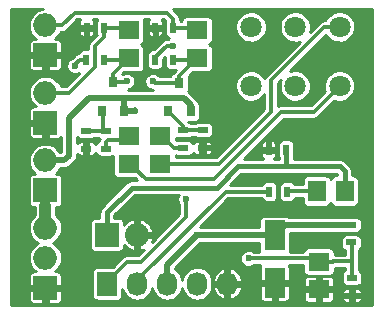
<source format=gtl>
G04 #@! TF.FileFunction,Copper,L1,Top,Signal*
%FSLAX46Y46*%
G04 Gerber Fmt 4.6, Leading zero omitted, Abs format (unit mm)*
G04 Created by KiCad (PCBNEW 4.0.4-1.fc24-product) date Wed Jun 13 10:34:08 2018*
%MOMM*%
%LPD*%
G01*
G04 APERTURE LIST*
%ADD10C,0.100000*%
%ADD11C,1.800000*%
%ADD12O,1.998980X1.998980*%
%ADD13R,1.998980X1.998980*%
%ADD14R,0.900000X0.500000*%
%ADD15R,1.800860X1.549400*%
%ADD16R,1.549400X1.800860*%
%ADD17R,0.800000X0.900000*%
%ADD18R,0.500000X0.900000*%
%ADD19R,1.800860X2.499360*%
%ADD20R,1.727200X2.032000*%
%ADD21O,1.727200X2.032000*%
%ADD22R,2.032000X2.032000*%
%ADD23O,2.032000X2.032000*%
%ADD24C,0.600000*%
%ADD25C,0.300000*%
%ADD26C,0.500000*%
%ADD27C,1.000000*%
%ADD28C,0.400000*%
%ADD29C,0.250000*%
G04 APERTURE END LIST*
D10*
D11*
X153300000Y-80000000D03*
X149550000Y-80000000D03*
X145800000Y-80000000D03*
X153300000Y-85000000D03*
X149550000Y-85000000D03*
X145800000Y-85000000D03*
D12*
X128400000Y-91310000D03*
D13*
X128400000Y-93850000D03*
D12*
X128405024Y-85573844D03*
D13*
X128405024Y-88113844D03*
D12*
X128400000Y-97000000D03*
D13*
X128400000Y-102080000D03*
D12*
X128400000Y-99540000D03*
D14*
X154300000Y-96750000D03*
X154300000Y-98250000D03*
D12*
X128400000Y-79860000D03*
D13*
X128400000Y-82400000D03*
D15*
X141243993Y-82646275D03*
X141243993Y-80294235D03*
X135443993Y-82646275D03*
X135443993Y-80294235D03*
X138093993Y-89250000D03*
X138093993Y-91602040D03*
X135450000Y-89250000D03*
X135450000Y-91602040D03*
X151550000Y-99873980D03*
X151550000Y-102226020D03*
D16*
X151373980Y-93900000D03*
X153726020Y-93900000D03*
D17*
X138800000Y-87150000D03*
X140700000Y-87150000D03*
X139750000Y-84750000D03*
X133150000Y-87100000D03*
X135050000Y-87100000D03*
X134100000Y-84700000D03*
D18*
X139193993Y-80070255D03*
X137693993Y-80070255D03*
X133393993Y-80070255D03*
X131893993Y-80070255D03*
X139193993Y-82770255D03*
X137693993Y-82770255D03*
X133343993Y-82770255D03*
X131843993Y-82770255D03*
D14*
X154350000Y-101250000D03*
X154350000Y-102750000D03*
D18*
X148850000Y-93950000D03*
X147350000Y-93950000D03*
D19*
X147800000Y-97652040D03*
X147800000Y-101650000D03*
D14*
X141700000Y-88750000D03*
X141700000Y-90250000D03*
X131850000Y-88800000D03*
X131850000Y-90300000D03*
X140050000Y-90250000D03*
X140050000Y-88750000D03*
X133500000Y-90300000D03*
X133500000Y-88800000D03*
D18*
X148800000Y-90400000D03*
X147300000Y-90400000D03*
D20*
X133630000Y-101740000D03*
D21*
X136170000Y-101740000D03*
X138710000Y-101740000D03*
X141250000Y-101740000D03*
X143790000Y-101740000D03*
D22*
X133600000Y-97600000D03*
D23*
X136140000Y-97600000D03*
D24*
X137500008Y-84600000D03*
X135299994Y-84600000D03*
X145600000Y-99600000D03*
X137400000Y-81400016D03*
X140300000Y-94600000D03*
X139200000Y-81600000D03*
X130900000Y-83300000D03*
X141197960Y-97652040D03*
X135949998Y-87100000D03*
D25*
X137650008Y-84750000D02*
X137500008Y-84600000D01*
X139750000Y-84750000D02*
X137650008Y-84750000D01*
X139193993Y-82770255D02*
X139193993Y-82970255D01*
X139750000Y-84750000D02*
X139750000Y-84140268D01*
X139750000Y-84140268D02*
X141243993Y-82646275D01*
X139193993Y-82770255D02*
X141120013Y-82770255D01*
X141120013Y-82770255D02*
X141243993Y-82646275D01*
X135199994Y-84700000D02*
X135299994Y-84600000D01*
X134100000Y-84700000D02*
X135199994Y-84700000D01*
X134100000Y-84700000D02*
X134100000Y-83990268D01*
X134100000Y-83990268D02*
X135443993Y-82646275D01*
X133343993Y-82770255D02*
X135320013Y-82770255D01*
X135320013Y-82770255D02*
X135443993Y-82646275D01*
X138093993Y-89250000D02*
X138250000Y-89250000D01*
X138250000Y-89250000D02*
X139250000Y-90250000D01*
X139250000Y-90250000D02*
X140050000Y-90250000D01*
X138093993Y-91602040D02*
X143097960Y-91602040D01*
X143097960Y-91602040D02*
X147500000Y-87200000D01*
X147500000Y-87200000D02*
X147500000Y-84527208D01*
X147500000Y-84527208D02*
X152027208Y-80000000D01*
X152027208Y-80000000D02*
X153300000Y-80000000D01*
X133700000Y-89550000D02*
X135123980Y-89550000D01*
X135123980Y-89550000D02*
X135450000Y-89223980D01*
X133500000Y-90300000D02*
X133500000Y-89750000D01*
X133500000Y-89750000D02*
X133700000Y-89550000D01*
X151550000Y-99873980D02*
X151276020Y-99600000D01*
X151276020Y-99600000D02*
X145600000Y-99600000D01*
X151476020Y-99800000D02*
X151550000Y-99873980D01*
X154350000Y-101250000D02*
X154350000Y-99850000D01*
X152750430Y-99873980D02*
X152774410Y-99850000D01*
X154350000Y-99850000D02*
X154350000Y-98300000D01*
X151550000Y-99873980D02*
X152750430Y-99873980D01*
X152774410Y-99850000D02*
X154350000Y-99850000D01*
X154350000Y-98300000D02*
X154300000Y-98250000D01*
X137693993Y-80070255D02*
X137693993Y-80270255D01*
X151373980Y-93900000D02*
X148900000Y-93900000D01*
X148900000Y-93900000D02*
X148850000Y-93950000D01*
X128405024Y-85573844D02*
X130420146Y-85573844D01*
X130420146Y-85573844D02*
X132600000Y-83393990D01*
X132600000Y-83393990D02*
X132600000Y-81614248D01*
X132600000Y-81614248D02*
X133393993Y-80820255D01*
X133393993Y-80820255D02*
X133393993Y-80070255D01*
X133393993Y-80270255D02*
X133393993Y-80070255D01*
X133393993Y-80070255D02*
X135220013Y-80070255D01*
X135220013Y-80070255D02*
X135443993Y-80294235D01*
X128400000Y-79860000D02*
X129813492Y-79860000D01*
X129813492Y-79860000D02*
X130873492Y-78800000D01*
X130873492Y-78800000D02*
X138700000Y-78800000D01*
X138700000Y-78800000D02*
X139193993Y-79293993D01*
X139193993Y-79293993D02*
X139193993Y-80070255D01*
X139193993Y-80070255D02*
X141020013Y-80070255D01*
X141020013Y-80070255D02*
X141243993Y-80294235D01*
X133630000Y-101740000D02*
X133630000Y-101587600D01*
X133630000Y-101587600D02*
X135317600Y-99900000D01*
X135317600Y-99900000D02*
X136500000Y-99900000D01*
X136500000Y-99900000D02*
X140300000Y-96100000D01*
X140300000Y-96100000D02*
X140300000Y-94600000D01*
X140250000Y-94600000D02*
X140300000Y-94600000D01*
X138775736Y-81600000D02*
X139200000Y-81600000D01*
X138664248Y-81600000D02*
X138775736Y-81600000D01*
X137693993Y-82570255D02*
X138664248Y-81600000D01*
X137693993Y-82770255D02*
X137693993Y-82570255D01*
X130900000Y-83164248D02*
X130900000Y-83300000D01*
X131293993Y-82770255D02*
X130900000Y-83164248D01*
X131843993Y-82770255D02*
X131293993Y-82770255D01*
D26*
X130800000Y-87300000D02*
X130400000Y-87700000D01*
X130400000Y-87700000D02*
X130400000Y-90900000D01*
X130400000Y-90900000D02*
X129990000Y-91310000D01*
X129990000Y-91310000D02*
X128400000Y-91310000D01*
X140100000Y-86000000D02*
X135000000Y-86000000D01*
X135000000Y-86000000D02*
X132100000Y-86000000D01*
X135050000Y-87100000D02*
X135050000Y-86050000D01*
X135050000Y-86050000D02*
X135000000Y-86000000D01*
X140700000Y-87150000D02*
X140700000Y-86600000D01*
X140700000Y-86600000D02*
X140100000Y-86000000D01*
X132100000Y-86000000D02*
X130800000Y-87300000D01*
X136000000Y-87049998D02*
X135949998Y-87100000D01*
X138710000Y-101740000D02*
X138710000Y-100140000D01*
X138710000Y-100140000D02*
X141197960Y-97652040D01*
X141197960Y-97652040D02*
X146599570Y-97652040D01*
X146599570Y-97652040D02*
X147800000Y-97652040D01*
X135050000Y-87100000D02*
X135949998Y-87100000D01*
X154300000Y-96750000D02*
X148702040Y-96750000D01*
X148702040Y-96750000D02*
X147800000Y-97652040D01*
D25*
X147350000Y-93950000D02*
X143650000Y-93950000D01*
X143650000Y-93950000D02*
X136170000Y-101430000D01*
X136170000Y-101430000D02*
X136170000Y-101740000D01*
X140050000Y-88750000D02*
X140050000Y-88400000D01*
X140050000Y-88400000D02*
X138800000Y-87150000D01*
X140050000Y-88750000D02*
X141700000Y-88750000D01*
X133150000Y-87100000D02*
X133300000Y-87250000D01*
X133300000Y-87250000D02*
X133300000Y-88600000D01*
X133300000Y-88600000D02*
X133500000Y-88800000D01*
X131850000Y-88800000D02*
X133500000Y-88800000D01*
D26*
X128400000Y-93850000D02*
X128400000Y-95149490D01*
D27*
X128400000Y-95149490D02*
X128400000Y-97000000D01*
D25*
X148348542Y-87200000D02*
X151100000Y-87200000D01*
X151100000Y-87200000D02*
X153300000Y-85000000D01*
X142648554Y-92899988D02*
X148348542Y-87200000D01*
X136873678Y-92899988D02*
X142648554Y-92899988D01*
X135575730Y-91602040D02*
X136873678Y-92899988D01*
X135450000Y-91602040D02*
X135575730Y-91602040D01*
D28*
X133600000Y-97600000D02*
X133600000Y-95700000D01*
X153726020Y-94025730D02*
X153726020Y-93900000D01*
X153300000Y-91800000D02*
X153726020Y-92226020D01*
X148800000Y-91800000D02*
X148800000Y-90400000D01*
X135700000Y-93600000D02*
X135750000Y-93600000D01*
X153300000Y-91800000D02*
X148800000Y-91800000D01*
X142900000Y-93600000D02*
X144700000Y-91800000D01*
X135750000Y-93600000D02*
X142900000Y-93600000D01*
X133600000Y-95700000D02*
X135700000Y-93600000D01*
X153726020Y-92226020D02*
X153726020Y-93900000D01*
X144700000Y-91800000D02*
X148800000Y-91800000D01*
D29*
G36*
X128133077Y-78453850D02*
X127866377Y-78532344D01*
X127620002Y-78661146D01*
X127403337Y-78835349D01*
X127224634Y-79048318D01*
X127090701Y-79291942D01*
X127006639Y-79556940D01*
X126975649Y-79833219D01*
X126975510Y-79853108D01*
X126975510Y-79866892D01*
X127002639Y-80143577D01*
X127082993Y-80409723D01*
X127213512Y-80655193D01*
X127389224Y-80870636D01*
X127576433Y-81025510D01*
X127363575Y-81025510D01*
X127291126Y-81039921D01*
X127222881Y-81068189D01*
X127161461Y-81109229D01*
X127109228Y-81161462D01*
X127068189Y-81222881D01*
X127039921Y-81291127D01*
X127025510Y-81363576D01*
X127025510Y-82131250D01*
X127119260Y-82225000D01*
X128225000Y-82225000D01*
X128225000Y-82205000D01*
X128575000Y-82205000D01*
X128575000Y-82225000D01*
X129680740Y-82225000D01*
X129774490Y-82131250D01*
X129774490Y-81363576D01*
X129760079Y-81291127D01*
X129731811Y-81222881D01*
X129690772Y-81161462D01*
X129638539Y-81109229D01*
X129577119Y-81068189D01*
X129508874Y-81039921D01*
X129436425Y-81025510D01*
X129221470Y-81025510D01*
X129396663Y-80884651D01*
X129575366Y-80671682D01*
X129705483Y-80435000D01*
X129813492Y-80435000D01*
X129866359Y-80429816D01*
X129919264Y-80425188D01*
X129922169Y-80424344D01*
X129925177Y-80424049D01*
X129975982Y-80408710D01*
X130027028Y-80393880D01*
X130029715Y-80392487D01*
X130032607Y-80391614D01*
X130079461Y-80366701D01*
X130126660Y-80342236D01*
X130129025Y-80340348D01*
X130131550Y-80339005D01*
X131268993Y-80339005D01*
X131268993Y-80557190D01*
X131283404Y-80629639D01*
X131311672Y-80697884D01*
X131352712Y-80759304D01*
X131404945Y-80811537D01*
X131466364Y-80852576D01*
X131534610Y-80880844D01*
X131607059Y-80895255D01*
X131675243Y-80895255D01*
X131768993Y-80801505D01*
X131768993Y-80245255D01*
X132018993Y-80245255D01*
X132018993Y-80801505D01*
X132112743Y-80895255D01*
X132180927Y-80895255D01*
X132253376Y-80880844D01*
X132321622Y-80852576D01*
X132383041Y-80811537D01*
X132435274Y-80759304D01*
X132476314Y-80697884D01*
X132504582Y-80629639D01*
X132518993Y-80557190D01*
X132518993Y-80339005D01*
X132425243Y-80245255D01*
X132018993Y-80245255D01*
X131768993Y-80245255D01*
X131362743Y-80245255D01*
X131268993Y-80339005D01*
X130131550Y-80339005D01*
X130131692Y-80338930D01*
X130172853Y-80305360D01*
X130214362Y-80272223D01*
X130218565Y-80268078D01*
X130218657Y-80268003D01*
X130218727Y-80267918D01*
X130220078Y-80266586D01*
X131111665Y-79375000D01*
X131358918Y-79375000D01*
X131352712Y-79381206D01*
X131311672Y-79442626D01*
X131283404Y-79510871D01*
X131268993Y-79583320D01*
X131268993Y-79801505D01*
X131362743Y-79895255D01*
X131768993Y-79895255D01*
X131768993Y-79875255D01*
X132018993Y-79875255D01*
X132018993Y-79895255D01*
X132425243Y-79895255D01*
X132518993Y-79801505D01*
X132518993Y-79583320D01*
X132504582Y-79510871D01*
X132476314Y-79442626D01*
X132435274Y-79381206D01*
X132429068Y-79375000D01*
X132797483Y-79375000D01*
X132783228Y-79391726D01*
X132733845Y-79501280D01*
X132716937Y-79620255D01*
X132716937Y-80520255D01*
X132722334Y-80587935D01*
X132743806Y-80657270D01*
X132193414Y-81207662D01*
X132159708Y-81248696D01*
X132125560Y-81289392D01*
X132124104Y-81292041D01*
X132122184Y-81294378D01*
X132097085Y-81341187D01*
X132071497Y-81387731D01*
X132070583Y-81390614D01*
X132069154Y-81393278D01*
X132053626Y-81444068D01*
X132037565Y-81494699D01*
X132037228Y-81497704D01*
X132036344Y-81500595D01*
X132030974Y-81553457D01*
X132025056Y-81606220D01*
X132025015Y-81612125D01*
X132025003Y-81612241D01*
X132025013Y-81612349D01*
X132025000Y-81614248D01*
X132025000Y-81893199D01*
X131593993Y-81893199D01*
X131526313Y-81898596D01*
X131411521Y-81934145D01*
X131311178Y-82000267D01*
X131233228Y-82091726D01*
X131183845Y-82201280D01*
X131183157Y-82206123D01*
X131182308Y-82206206D01*
X131131474Y-82221554D01*
X131080456Y-82236375D01*
X131077768Y-82237769D01*
X131074878Y-82238641D01*
X131028003Y-82263565D01*
X130980825Y-82288020D01*
X130978464Y-82289905D01*
X130975793Y-82291325D01*
X130934604Y-82324918D01*
X130893123Y-82358032D01*
X130888915Y-82362181D01*
X130888828Y-82362252D01*
X130888761Y-82362333D01*
X130887406Y-82363669D01*
X130619865Y-82631211D01*
X130562485Y-82654394D01*
X130443514Y-82732246D01*
X130341930Y-82831724D01*
X130261604Y-82949039D01*
X130205593Y-83079721D01*
X130176032Y-83218794D01*
X130174047Y-83360960D01*
X130199713Y-83500804D01*
X130252053Y-83632999D01*
X130329073Y-83752511D01*
X130427839Y-83854787D01*
X130544590Y-83935931D01*
X130674879Y-83992852D01*
X130813742Y-84023383D01*
X130955890Y-84026361D01*
X131095910Y-84001672D01*
X131228468Y-83950256D01*
X131234199Y-83946619D01*
X130181974Y-84998844D01*
X129708591Y-84998844D01*
X129591512Y-84778651D01*
X129415800Y-84563208D01*
X129201589Y-84385996D01*
X128957036Y-84253767D01*
X128691457Y-84171557D01*
X128414969Y-84142497D01*
X128138101Y-84167694D01*
X127871401Y-84246188D01*
X127625026Y-84374990D01*
X127408361Y-84549193D01*
X127229658Y-84762162D01*
X127095725Y-85005786D01*
X127011663Y-85270784D01*
X126980673Y-85547063D01*
X126980534Y-85566952D01*
X126980534Y-85580736D01*
X127007663Y-85857421D01*
X127088017Y-86123567D01*
X127218536Y-86369037D01*
X127394248Y-86584480D01*
X127581457Y-86739354D01*
X127368599Y-86739354D01*
X127296150Y-86753765D01*
X127227905Y-86782033D01*
X127166485Y-86823073D01*
X127114252Y-86875306D01*
X127073213Y-86936725D01*
X127044945Y-87004971D01*
X127030534Y-87077420D01*
X127030534Y-87845094D01*
X127124284Y-87938844D01*
X128230024Y-87938844D01*
X128230024Y-87918844D01*
X128580024Y-87918844D01*
X128580024Y-87938844D01*
X128600024Y-87938844D01*
X128600024Y-88288844D01*
X128580024Y-88288844D01*
X128580024Y-89394584D01*
X128673774Y-89488334D01*
X129441449Y-89488334D01*
X129513898Y-89473923D01*
X129582143Y-89445655D01*
X129643563Y-89404615D01*
X129695796Y-89352382D01*
X129725000Y-89308675D01*
X129725000Y-90620406D01*
X129710406Y-90635000D01*
X129650396Y-90635000D01*
X129586488Y-90514807D01*
X129410776Y-90299364D01*
X129196565Y-90122152D01*
X128952012Y-89989923D01*
X128686433Y-89907713D01*
X128409945Y-89878653D01*
X128133077Y-89903850D01*
X127866377Y-89982344D01*
X127620002Y-90111146D01*
X127403337Y-90285349D01*
X127224634Y-90498318D01*
X127090701Y-90741942D01*
X127006639Y-91006940D01*
X126975649Y-91283219D01*
X126975510Y-91303108D01*
X126975510Y-91316892D01*
X127002639Y-91593577D01*
X127082993Y-91859723D01*
X127213512Y-92105193D01*
X127389224Y-92320636D01*
X127513509Y-92423454D01*
X127400510Y-92423454D01*
X127332830Y-92428851D01*
X127218038Y-92464400D01*
X127117695Y-92530522D01*
X127039745Y-92621981D01*
X126990362Y-92731535D01*
X126973454Y-92850510D01*
X126973454Y-94849490D01*
X126978851Y-94917170D01*
X127014400Y-95031962D01*
X127080522Y-95132305D01*
X127171981Y-95210255D01*
X127281535Y-95259638D01*
X127400510Y-95276546D01*
X127475000Y-95276546D01*
X127475000Y-95917731D01*
X127403337Y-95975349D01*
X127224634Y-96188318D01*
X127090701Y-96431942D01*
X127006639Y-96696940D01*
X126975649Y-96973219D01*
X126975510Y-96993108D01*
X126975510Y-97006892D01*
X127002639Y-97283577D01*
X127082993Y-97549723D01*
X127213512Y-97795193D01*
X127389224Y-98010636D01*
X127603435Y-98187848D01*
X127755726Y-98270191D01*
X127620002Y-98341146D01*
X127403337Y-98515349D01*
X127224634Y-98728318D01*
X127090701Y-98971942D01*
X127006639Y-99236940D01*
X126975649Y-99513219D01*
X126975510Y-99533108D01*
X126975510Y-99546892D01*
X127002639Y-99823577D01*
X127082993Y-100089723D01*
X127213512Y-100335193D01*
X127389224Y-100550636D01*
X127576433Y-100705510D01*
X127363575Y-100705510D01*
X127291126Y-100719921D01*
X127222881Y-100748189D01*
X127161461Y-100789229D01*
X127109228Y-100841462D01*
X127068189Y-100902881D01*
X127039921Y-100971127D01*
X127025510Y-101043576D01*
X127025510Y-101811250D01*
X127119260Y-101905000D01*
X128225000Y-101905000D01*
X128225000Y-101885000D01*
X128575000Y-101885000D01*
X128575000Y-101905000D01*
X129680740Y-101905000D01*
X129774490Y-101811250D01*
X129774490Y-101043576D01*
X129760079Y-100971127D01*
X129731811Y-100902881D01*
X129690772Y-100841462D01*
X129638539Y-100789229D01*
X129577119Y-100748189D01*
X129508874Y-100719921D01*
X129436425Y-100705510D01*
X129221470Y-100705510D01*
X129396663Y-100564651D01*
X129575366Y-100351682D01*
X129709299Y-100108058D01*
X129793361Y-99843060D01*
X129824351Y-99566781D01*
X129824490Y-99546892D01*
X129824490Y-99533108D01*
X129797361Y-99256423D01*
X129717007Y-98990277D01*
X129586488Y-98744807D01*
X129410776Y-98529364D01*
X129196565Y-98352152D01*
X129044274Y-98269809D01*
X129179998Y-98198854D01*
X129396663Y-98024651D01*
X129575366Y-97811682D01*
X129709299Y-97568058D01*
X129793361Y-97303060D01*
X129824351Y-97026781D01*
X129824490Y-97006892D01*
X129824490Y-96993108D01*
X129797361Y-96716423D01*
X129717007Y-96450277D01*
X129586488Y-96204807D01*
X129410776Y-95989364D01*
X129325000Y-95918403D01*
X129325000Y-95276546D01*
X129399490Y-95276546D01*
X129467170Y-95271149D01*
X129581962Y-95235600D01*
X129682305Y-95169478D01*
X129760255Y-95078019D01*
X129809638Y-94968465D01*
X129826546Y-94849490D01*
X129826546Y-92850510D01*
X129821149Y-92782830D01*
X129785600Y-92668038D01*
X129719478Y-92567695D01*
X129628019Y-92489745D01*
X129518465Y-92440362D01*
X129399490Y-92423454D01*
X129286214Y-92423454D01*
X129396663Y-92334651D01*
X129575366Y-92121682D01*
X129650507Y-91985000D01*
X129990000Y-91985000D01*
X130052031Y-91978918D01*
X130114167Y-91973482D01*
X130117577Y-91972491D01*
X130121108Y-91972145D01*
X130180808Y-91954121D01*
X130240673Y-91936728D01*
X130243822Y-91935096D01*
X130247223Y-91934069D01*
X130302278Y-91904796D01*
X130357632Y-91876103D01*
X130360408Y-91873887D01*
X130363539Y-91872222D01*
X130411829Y-91832838D01*
X130460587Y-91793914D01*
X130465528Y-91789042D01*
X130465628Y-91788960D01*
X130465705Y-91788867D01*
X130467297Y-91787297D01*
X130877297Y-91377297D01*
X130916870Y-91329121D01*
X130956952Y-91281353D01*
X130958661Y-91278243D01*
X130960915Y-91275500D01*
X130990407Y-91220498D01*
X131020416Y-91165911D01*
X131021488Y-91162533D01*
X131023168Y-91159399D01*
X131041412Y-91099725D01*
X131060250Y-91040340D01*
X131060646Y-91036812D01*
X131061683Y-91033419D01*
X131067984Y-90971385D01*
X131074934Y-90909424D01*
X131074983Y-90902488D01*
X131074996Y-90902356D01*
X131074984Y-90902233D01*
X131075000Y-90900000D01*
X131075000Y-90738586D01*
X131108718Y-90789048D01*
X131160951Y-90841281D01*
X131222371Y-90882321D01*
X131290616Y-90910589D01*
X131363065Y-90925000D01*
X131581250Y-90925000D01*
X131675000Y-90831250D01*
X131675000Y-90425000D01*
X131655000Y-90425000D01*
X131655000Y-90175000D01*
X131675000Y-90175000D01*
X131675000Y-89768750D01*
X131581250Y-89675000D01*
X131363065Y-89675000D01*
X131290616Y-89689411D01*
X131222371Y-89717679D01*
X131160951Y-89758719D01*
X131108718Y-89810952D01*
X131075000Y-89861414D01*
X131075000Y-89325209D01*
X131080012Y-89332815D01*
X131171471Y-89410765D01*
X131281025Y-89460148D01*
X131400000Y-89477056D01*
X132300000Y-89477056D01*
X132367680Y-89471659D01*
X132482472Y-89436110D01*
X132575209Y-89375000D01*
X132779508Y-89375000D01*
X132821471Y-89410765D01*
X132931025Y-89460148D01*
X133000773Y-89470060D01*
X132997085Y-89476939D01*
X132971497Y-89523483D01*
X132970583Y-89526366D01*
X132969154Y-89529030D01*
X132953626Y-89579820D01*
X132937565Y-89630451D01*
X132937228Y-89633456D01*
X132936344Y-89636347D01*
X132935690Y-89642781D01*
X132867528Y-89663890D01*
X132767185Y-89730012D01*
X132689235Y-89821471D01*
X132648588Y-89911644D01*
X132632321Y-89872371D01*
X132591282Y-89810952D01*
X132539049Y-89758719D01*
X132477629Y-89717679D01*
X132409384Y-89689411D01*
X132336935Y-89675000D01*
X132118750Y-89675000D01*
X132025000Y-89768750D01*
X132025000Y-90175000D01*
X132045000Y-90175000D01*
X132045000Y-90425000D01*
X132025000Y-90425000D01*
X132025000Y-90831250D01*
X132118750Y-90925000D01*
X132336935Y-90925000D01*
X132409384Y-90910589D01*
X132477629Y-90882321D01*
X132539049Y-90841281D01*
X132591282Y-90789048D01*
X132632321Y-90727629D01*
X132649527Y-90686091D01*
X132663890Y-90732472D01*
X132730012Y-90832815D01*
X132821471Y-90910765D01*
X132931025Y-90960148D01*
X133050000Y-90977056D01*
X133950000Y-90977056D01*
X134017680Y-90971659D01*
X134122514Y-90939194D01*
X134122514Y-92376740D01*
X134127911Y-92444420D01*
X134163460Y-92559212D01*
X134229582Y-92659555D01*
X134321041Y-92737505D01*
X134430595Y-92786888D01*
X134549570Y-92803796D01*
X135964313Y-92803796D01*
X136135517Y-92975000D01*
X135700000Y-92975000D01*
X135642487Y-92980639D01*
X135585030Y-92985666D01*
X135581877Y-92986582D01*
X135578604Y-92986903D01*
X135523350Y-93003585D01*
X135467895Y-93019696D01*
X135464974Y-93021210D01*
X135461831Y-93022159D01*
X135410856Y-93049263D01*
X135359601Y-93075831D01*
X135357035Y-93077879D01*
X135354130Y-93079424D01*
X135309351Y-93115945D01*
X135264271Y-93151932D01*
X135259700Y-93156440D01*
X135259604Y-93156518D01*
X135259530Y-93156607D01*
X135258058Y-93158059D01*
X133158058Y-95258058D01*
X133121399Y-95302688D01*
X133084304Y-95346896D01*
X133082721Y-95349775D01*
X133080635Y-95352315D01*
X133053379Y-95403147D01*
X133025540Y-95453786D01*
X133024544Y-95456924D01*
X133022994Y-95459816D01*
X133006119Y-95515010D01*
X132988658Y-95570055D01*
X132988292Y-95573317D01*
X132987330Y-95576464D01*
X132981492Y-95633937D01*
X132975061Y-95691274D01*
X132975016Y-95697699D01*
X132975004Y-95697818D01*
X132975014Y-95697929D01*
X132975000Y-95700000D01*
X132975000Y-96156944D01*
X132584000Y-96156944D01*
X132516320Y-96162341D01*
X132401528Y-96197890D01*
X132301185Y-96264012D01*
X132223235Y-96355471D01*
X132173852Y-96465025D01*
X132156944Y-96584000D01*
X132156944Y-98616000D01*
X132162341Y-98683680D01*
X132197890Y-98798472D01*
X132264012Y-98898815D01*
X132355471Y-98976765D01*
X132465025Y-99026148D01*
X132584000Y-99043056D01*
X134616000Y-99043056D01*
X134683680Y-99037659D01*
X134798472Y-99002110D01*
X134898815Y-98935988D01*
X134976765Y-98844529D01*
X135026148Y-98734975D01*
X135043056Y-98616000D01*
X135043056Y-98452173D01*
X135054832Y-98470236D01*
X135245458Y-98665220D01*
X135470460Y-98819269D01*
X135721193Y-98926462D01*
X135751283Y-98935583D01*
X135965000Y-98885392D01*
X135965000Y-97775000D01*
X135945000Y-97775000D01*
X135945000Y-97425000D01*
X135965000Y-97425000D01*
X135965000Y-96314608D01*
X136315000Y-96314608D01*
X136315000Y-97425000D01*
X137426205Y-97425000D01*
X137475589Y-97211282D01*
X137374091Y-96958191D01*
X137225168Y-96729764D01*
X137034542Y-96534780D01*
X136809540Y-96380731D01*
X136558807Y-96273538D01*
X136528717Y-96264417D01*
X136315000Y-96314608D01*
X135965000Y-96314608D01*
X135751283Y-96264417D01*
X135721193Y-96273538D01*
X135470460Y-96380731D01*
X135245458Y-96534780D01*
X135054832Y-96729764D01*
X135043056Y-96747827D01*
X135043056Y-96584000D01*
X135037659Y-96516320D01*
X135002110Y-96401528D01*
X134935988Y-96301185D01*
X134844529Y-96223235D01*
X134734975Y-96173852D01*
X134616000Y-96156944D01*
X134225000Y-96156944D01*
X134225000Y-95958884D01*
X135958883Y-94225000D01*
X139678064Y-94225000D01*
X139661604Y-94249039D01*
X139605593Y-94379721D01*
X139576032Y-94518794D01*
X139574047Y-94660960D01*
X139599713Y-94800804D01*
X139652053Y-94932999D01*
X139725000Y-95046191D01*
X139725000Y-95861827D01*
X137393556Y-98193271D01*
X137475589Y-97988718D01*
X137426205Y-97775000D01*
X136315000Y-97775000D01*
X136315000Y-98885392D01*
X136528717Y-98935583D01*
X136558807Y-98926462D01*
X136736208Y-98850620D01*
X136261828Y-99325000D01*
X135317600Y-99325000D01*
X135264733Y-99330184D01*
X135211828Y-99334812D01*
X135208923Y-99335656D01*
X135205915Y-99335951D01*
X135155110Y-99351290D01*
X135104064Y-99366120D01*
X135101377Y-99367513D01*
X135098485Y-99368386D01*
X135051631Y-99393299D01*
X135004432Y-99417764D01*
X135002067Y-99419652D01*
X134999400Y-99421070D01*
X134958269Y-99454615D01*
X134916730Y-99487776D01*
X134912521Y-99491927D01*
X134912435Y-99491997D01*
X134912369Y-99492076D01*
X134911014Y-99493413D01*
X134107483Y-100296944D01*
X132766400Y-100296944D01*
X132698720Y-100302341D01*
X132583928Y-100337890D01*
X132483585Y-100404012D01*
X132405635Y-100495471D01*
X132356252Y-100605025D01*
X132339344Y-100724000D01*
X132339344Y-102756000D01*
X132344741Y-102823680D01*
X132380290Y-102938472D01*
X132446412Y-103038815D01*
X132537871Y-103116765D01*
X132647425Y-103166148D01*
X132766400Y-103183056D01*
X134493600Y-103183056D01*
X134561280Y-103177659D01*
X134676072Y-103142110D01*
X134776415Y-103075988D01*
X134854365Y-102984529D01*
X134903748Y-102874975D01*
X134920656Y-102756000D01*
X134920656Y-102198400D01*
X134978630Y-102390419D01*
X135096698Y-102612472D01*
X135255647Y-102807364D01*
X135449424Y-102967670D01*
X135670647Y-103087285D01*
X135910891Y-103161653D01*
X136161004Y-103187941D01*
X136411460Y-103165147D01*
X136652718Y-103094141D01*
X136875590Y-102977626D01*
X137071586Y-102820041D01*
X137233241Y-102627388D01*
X137354398Y-102407006D01*
X137430441Y-102167287D01*
X137439634Y-102085333D01*
X137445941Y-102149662D01*
X137518630Y-102390419D01*
X137636698Y-102612472D01*
X137795647Y-102807364D01*
X137989424Y-102967670D01*
X138210647Y-103087285D01*
X138450891Y-103161653D01*
X138701004Y-103187941D01*
X138951460Y-103165147D01*
X139192718Y-103094141D01*
X139415590Y-102977626D01*
X139611586Y-102820041D01*
X139773241Y-102627388D01*
X139894398Y-102407006D01*
X139970441Y-102167287D01*
X139979634Y-102085333D01*
X139985941Y-102149662D01*
X140058630Y-102390419D01*
X140176698Y-102612472D01*
X140335647Y-102807364D01*
X140529424Y-102967670D01*
X140750647Y-103087285D01*
X140990891Y-103161653D01*
X141241004Y-103187941D01*
X141491460Y-103165147D01*
X141732718Y-103094141D01*
X141955590Y-102977626D01*
X142151586Y-102820041D01*
X142313241Y-102627388D01*
X142434398Y-102407006D01*
X142510441Y-102167287D01*
X142517064Y-102108232D01*
X142571762Y-102108232D01*
X142637277Y-102341751D01*
X142747090Y-102558002D01*
X142896982Y-102748674D01*
X143081192Y-102906440D01*
X143292641Y-103025237D01*
X143425339Y-103076103D01*
X143615000Y-103023796D01*
X143615000Y-101915000D01*
X143965000Y-101915000D01*
X143965000Y-103023796D01*
X144154661Y-103076103D01*
X144287359Y-103025237D01*
X144498808Y-102906440D01*
X144683018Y-102748674D01*
X144832910Y-102558002D01*
X144942723Y-102341751D01*
X145008238Y-102108232D01*
X144934709Y-101918750D01*
X146524570Y-101918750D01*
X146524570Y-102936614D01*
X146538981Y-103009063D01*
X146567249Y-103077309D01*
X146608288Y-103138728D01*
X146660521Y-103190961D01*
X146721941Y-103232001D01*
X146790186Y-103260269D01*
X146862635Y-103274680D01*
X147531250Y-103274680D01*
X147625000Y-103180930D01*
X147625000Y-101825000D01*
X147975000Y-101825000D01*
X147975000Y-103180930D01*
X148068750Y-103274680D01*
X148737365Y-103274680D01*
X148809814Y-103260269D01*
X148878059Y-103232001D01*
X148939479Y-103190961D01*
X148991712Y-103138728D01*
X149032751Y-103077309D01*
X149061019Y-103009063D01*
X149075430Y-102936614D01*
X149075430Y-102494770D01*
X150274570Y-102494770D01*
X150274570Y-103037654D01*
X150288981Y-103110103D01*
X150317249Y-103178349D01*
X150358288Y-103239768D01*
X150410521Y-103292001D01*
X150471941Y-103333041D01*
X150540186Y-103361309D01*
X150612635Y-103375720D01*
X151281250Y-103375720D01*
X151375000Y-103281970D01*
X151375000Y-102401020D01*
X151725000Y-102401020D01*
X151725000Y-103281970D01*
X151818750Y-103375720D01*
X152487365Y-103375720D01*
X152559814Y-103361309D01*
X152628059Y-103333041D01*
X152689479Y-103292001D01*
X152741712Y-103239768D01*
X152782751Y-103178349D01*
X152811019Y-103110103D01*
X152825430Y-103037654D01*
X152825430Y-102968750D01*
X153525000Y-102968750D01*
X153525000Y-103036934D01*
X153539411Y-103109383D01*
X153567679Y-103177629D01*
X153608718Y-103239048D01*
X153660951Y-103291281D01*
X153722371Y-103332321D01*
X153790616Y-103360589D01*
X153863065Y-103375000D01*
X154081250Y-103375000D01*
X154175000Y-103281250D01*
X154175000Y-102875000D01*
X154525000Y-102875000D01*
X154525000Y-103281250D01*
X154618750Y-103375000D01*
X154836935Y-103375000D01*
X154909384Y-103360589D01*
X154977629Y-103332321D01*
X155039049Y-103291281D01*
X155091282Y-103239048D01*
X155132321Y-103177629D01*
X155160589Y-103109383D01*
X155175000Y-103036934D01*
X155175000Y-102968750D01*
X155081250Y-102875000D01*
X154525000Y-102875000D01*
X154175000Y-102875000D01*
X153618750Y-102875000D01*
X153525000Y-102968750D01*
X152825430Y-102968750D01*
X152825430Y-102494770D01*
X152793726Y-102463066D01*
X153525000Y-102463066D01*
X153525000Y-102531250D01*
X153618750Y-102625000D01*
X154175000Y-102625000D01*
X154175000Y-102218750D01*
X154525000Y-102218750D01*
X154525000Y-102625000D01*
X155081250Y-102625000D01*
X155175000Y-102531250D01*
X155175000Y-102463066D01*
X155160589Y-102390617D01*
X155132321Y-102322371D01*
X155091282Y-102260952D01*
X155039049Y-102208719D01*
X154977629Y-102167679D01*
X154909384Y-102139411D01*
X154836935Y-102125000D01*
X154618750Y-102125000D01*
X154525000Y-102218750D01*
X154175000Y-102218750D01*
X154081250Y-102125000D01*
X153863065Y-102125000D01*
X153790616Y-102139411D01*
X153722371Y-102167679D01*
X153660951Y-102208719D01*
X153608718Y-102260952D01*
X153567679Y-102322371D01*
X153539411Y-102390617D01*
X153525000Y-102463066D01*
X152793726Y-102463066D01*
X152731680Y-102401020D01*
X151725000Y-102401020D01*
X151375000Y-102401020D01*
X150368320Y-102401020D01*
X150274570Y-102494770D01*
X149075430Y-102494770D01*
X149075430Y-101918750D01*
X148981680Y-101825000D01*
X147975000Y-101825000D01*
X147625000Y-101825000D01*
X146618320Y-101825000D01*
X146524570Y-101918750D01*
X144934709Y-101918750D01*
X144933253Y-101915000D01*
X143965000Y-101915000D01*
X143615000Y-101915000D01*
X142646747Y-101915000D01*
X142571762Y-102108232D01*
X142517064Y-102108232D01*
X142538474Y-101917364D01*
X142538600Y-101899372D01*
X142538600Y-101580628D01*
X142518122Y-101371768D01*
X142571762Y-101371768D01*
X142646747Y-101565000D01*
X143615000Y-101565000D01*
X143615000Y-100456204D01*
X143965000Y-100456204D01*
X143965000Y-101565000D01*
X144933253Y-101565000D01*
X145008238Y-101371768D01*
X144942723Y-101138249D01*
X144832910Y-100921998D01*
X144683018Y-100731326D01*
X144498808Y-100573560D01*
X144287359Y-100454763D01*
X144154661Y-100403897D01*
X143965000Y-100456204D01*
X143615000Y-100456204D01*
X143425339Y-100403897D01*
X143292641Y-100454763D01*
X143081192Y-100573560D01*
X142896982Y-100731326D01*
X142747090Y-100921998D01*
X142637277Y-101138249D01*
X142571762Y-101371768D01*
X142518122Y-101371768D01*
X142514059Y-101330338D01*
X142441370Y-101089581D01*
X142323302Y-100867528D01*
X142164353Y-100672636D01*
X141970576Y-100512330D01*
X141749353Y-100392715D01*
X141509109Y-100318347D01*
X141258996Y-100292059D01*
X141008540Y-100314853D01*
X140767282Y-100385859D01*
X140544410Y-100502374D01*
X140348414Y-100659959D01*
X140186759Y-100852612D01*
X140065602Y-101072994D01*
X139989559Y-101312713D01*
X139980366Y-101394667D01*
X139974059Y-101330338D01*
X139901370Y-101089581D01*
X139783302Y-100867528D01*
X139624353Y-100672636D01*
X139430576Y-100512330D01*
X139385000Y-100487687D01*
X139385000Y-100419594D01*
X141477554Y-98327040D01*
X146472514Y-98327040D01*
X146472514Y-98901720D01*
X146477911Y-98969400D01*
X146495129Y-99025000D01*
X146044094Y-99025000D01*
X145946496Y-98959169D01*
X145815426Y-98904072D01*
X145676150Y-98875483D01*
X145533973Y-98874490D01*
X145394312Y-98901132D01*
X145262485Y-98954394D01*
X145143514Y-99032246D01*
X145041930Y-99131724D01*
X144961604Y-99249039D01*
X144905593Y-99379721D01*
X144876032Y-99518794D01*
X144874047Y-99660960D01*
X144899713Y-99800804D01*
X144952053Y-99932999D01*
X145029073Y-100052511D01*
X145127839Y-100154787D01*
X145244590Y-100235931D01*
X145374879Y-100292852D01*
X145513742Y-100323383D01*
X145655890Y-100326361D01*
X145795910Y-100301672D01*
X145928468Y-100250256D01*
X146047052Y-100175000D01*
X146599115Y-100175000D01*
X146567249Y-100222691D01*
X146538981Y-100290937D01*
X146524570Y-100363386D01*
X146524570Y-101381250D01*
X146618320Y-101475000D01*
X147625000Y-101475000D01*
X147625000Y-101455000D01*
X147975000Y-101455000D01*
X147975000Y-101475000D01*
X148981680Y-101475000D01*
X149042294Y-101414386D01*
X150274570Y-101414386D01*
X150274570Y-101957270D01*
X150368320Y-102051020D01*
X151375000Y-102051020D01*
X151375000Y-101170070D01*
X151725000Y-101170070D01*
X151725000Y-102051020D01*
X152731680Y-102051020D01*
X152825430Y-101957270D01*
X152825430Y-101414386D01*
X152811019Y-101341937D01*
X152782751Y-101273691D01*
X152741712Y-101212272D01*
X152689479Y-101160039D01*
X152628059Y-101118999D01*
X152559814Y-101090731D01*
X152487365Y-101076320D01*
X151818750Y-101076320D01*
X151725000Y-101170070D01*
X151375000Y-101170070D01*
X151281250Y-101076320D01*
X150612635Y-101076320D01*
X150540186Y-101090731D01*
X150471941Y-101118999D01*
X150410521Y-101160039D01*
X150358288Y-101212272D01*
X150317249Y-101273691D01*
X150288981Y-101341937D01*
X150274570Y-101414386D01*
X149042294Y-101414386D01*
X149075430Y-101381250D01*
X149075430Y-100363386D01*
X149061019Y-100290937D01*
X149032751Y-100222691D01*
X149000885Y-100175000D01*
X150222514Y-100175000D01*
X150222514Y-100648680D01*
X150227911Y-100716360D01*
X150263460Y-100831152D01*
X150329582Y-100931495D01*
X150421041Y-101009445D01*
X150530595Y-101058828D01*
X150649570Y-101075736D01*
X152450430Y-101075736D01*
X152518110Y-101070339D01*
X152632902Y-101034790D01*
X152733245Y-100968668D01*
X152811195Y-100877209D01*
X152860578Y-100767655D01*
X152877486Y-100648680D01*
X152877486Y-100433388D01*
X152905269Y-100425000D01*
X153775000Y-100425000D01*
X153775000Y-100596092D01*
X153717528Y-100613890D01*
X153617185Y-100680012D01*
X153539235Y-100771471D01*
X153489852Y-100881025D01*
X153472944Y-101000000D01*
X153472944Y-101500000D01*
X153478341Y-101567680D01*
X153513890Y-101682472D01*
X153580012Y-101782815D01*
X153671471Y-101860765D01*
X153781025Y-101910148D01*
X153900000Y-101927056D01*
X154800000Y-101927056D01*
X154867680Y-101921659D01*
X154982472Y-101886110D01*
X155082815Y-101819988D01*
X155160765Y-101728529D01*
X155210148Y-101618975D01*
X155227056Y-101500000D01*
X155227056Y-101000000D01*
X155221659Y-100932320D01*
X155186110Y-100817528D01*
X155119988Y-100717185D01*
X155028529Y-100639235D01*
X154925000Y-100592568D01*
X154925000Y-98888424D01*
X154932472Y-98886110D01*
X155032815Y-98819988D01*
X155110765Y-98728529D01*
X155160148Y-98618975D01*
X155177056Y-98500000D01*
X155177056Y-98000000D01*
X155171659Y-97932320D01*
X155136110Y-97817528D01*
X155069988Y-97717185D01*
X154978529Y-97639235D01*
X154868975Y-97589852D01*
X154750000Y-97572944D01*
X153850000Y-97572944D01*
X153782320Y-97578341D01*
X153667528Y-97613890D01*
X153567185Y-97680012D01*
X153489235Y-97771471D01*
X153439852Y-97881025D01*
X153422944Y-98000000D01*
X153422944Y-98500000D01*
X153428341Y-98567680D01*
X153463890Y-98682472D01*
X153530012Y-98782815D01*
X153621471Y-98860765D01*
X153731025Y-98910148D01*
X153775000Y-98916397D01*
X153775000Y-99275000D01*
X152877486Y-99275000D01*
X152877486Y-99099280D01*
X152872089Y-99031600D01*
X152836540Y-98916808D01*
X152770418Y-98816465D01*
X152678959Y-98738515D01*
X152569405Y-98689132D01*
X152450430Y-98672224D01*
X150649570Y-98672224D01*
X150581890Y-98677621D01*
X150467098Y-98713170D01*
X150366755Y-98779292D01*
X150288805Y-98870751D01*
X150239422Y-98980305D01*
X150233070Y-99025000D01*
X149108637Y-99025000D01*
X149110578Y-99020695D01*
X149127486Y-98901720D01*
X149127486Y-97425000D01*
X153835533Y-97425000D01*
X153850000Y-97427056D01*
X154750000Y-97427056D01*
X154817680Y-97421659D01*
X154932472Y-97386110D01*
X155032815Y-97319988D01*
X155110765Y-97228529D01*
X155160148Y-97118975D01*
X155177056Y-97000000D01*
X155177056Y-96500000D01*
X155171659Y-96432320D01*
X155136110Y-96317528D01*
X155069988Y-96217185D01*
X154978529Y-96139235D01*
X154868975Y-96089852D01*
X154750000Y-96072944D01*
X153850000Y-96072944D01*
X153824217Y-96075000D01*
X148968153Y-96075000D01*
X148928959Y-96041595D01*
X148819405Y-95992212D01*
X148700430Y-95975304D01*
X146899570Y-95975304D01*
X146831890Y-95980701D01*
X146717098Y-96016250D01*
X146616755Y-96082372D01*
X146538805Y-96173831D01*
X146489422Y-96283385D01*
X146472514Y-96402360D01*
X146472514Y-96977040D01*
X141463172Y-96977040D01*
X141444135Y-96969038D01*
X143888173Y-94525000D01*
X146696092Y-94525000D01*
X146713890Y-94582472D01*
X146780012Y-94682815D01*
X146871471Y-94760765D01*
X146981025Y-94810148D01*
X147100000Y-94827056D01*
X147600000Y-94827056D01*
X147667680Y-94821659D01*
X147782472Y-94786110D01*
X147882815Y-94719988D01*
X147960765Y-94628529D01*
X148010148Y-94518975D01*
X148027056Y-94400000D01*
X148027056Y-93500000D01*
X148021659Y-93432320D01*
X147986110Y-93317528D01*
X147919988Y-93217185D01*
X147828529Y-93139235D01*
X147718975Y-93089852D01*
X147600000Y-93072944D01*
X147100000Y-93072944D01*
X147032320Y-93078341D01*
X146917528Y-93113890D01*
X146817185Y-93180012D01*
X146739235Y-93271471D01*
X146692568Y-93375000D01*
X144008884Y-93375000D01*
X144958883Y-92425000D01*
X153041116Y-92425000D01*
X153101020Y-92484904D01*
X153101020Y-92572514D01*
X152951320Y-92572514D01*
X152883640Y-92577911D01*
X152768848Y-92613460D01*
X152668505Y-92679582D01*
X152590555Y-92771041D01*
X152549045Y-92863129D01*
X152534790Y-92817098D01*
X152468668Y-92716755D01*
X152377209Y-92638805D01*
X152267655Y-92589422D01*
X152148680Y-92572514D01*
X150599280Y-92572514D01*
X150531600Y-92577911D01*
X150416808Y-92613460D01*
X150316465Y-92679582D01*
X150238515Y-92771041D01*
X150189132Y-92880595D01*
X150172224Y-92999570D01*
X150172224Y-93325000D01*
X149488424Y-93325000D01*
X149486110Y-93317528D01*
X149419988Y-93217185D01*
X149328529Y-93139235D01*
X149218975Y-93089852D01*
X149100000Y-93072944D01*
X148600000Y-93072944D01*
X148532320Y-93078341D01*
X148417528Y-93113890D01*
X148317185Y-93180012D01*
X148239235Y-93271471D01*
X148189852Y-93381025D01*
X148172944Y-93500000D01*
X148172944Y-94400000D01*
X148178341Y-94467680D01*
X148213890Y-94582472D01*
X148280012Y-94682815D01*
X148371471Y-94760765D01*
X148481025Y-94810148D01*
X148600000Y-94827056D01*
X149100000Y-94827056D01*
X149167680Y-94821659D01*
X149282472Y-94786110D01*
X149382815Y-94719988D01*
X149460765Y-94628529D01*
X149510148Y-94518975D01*
X149516397Y-94475000D01*
X150172224Y-94475000D01*
X150172224Y-94800430D01*
X150177621Y-94868110D01*
X150213170Y-94982902D01*
X150279292Y-95083245D01*
X150370751Y-95161195D01*
X150480305Y-95210578D01*
X150599280Y-95227486D01*
X152148680Y-95227486D01*
X152216360Y-95222089D01*
X152331152Y-95186540D01*
X152431495Y-95120418D01*
X152509445Y-95028959D01*
X152550955Y-94936871D01*
X152565210Y-94982902D01*
X152631332Y-95083245D01*
X152722791Y-95161195D01*
X152832345Y-95210578D01*
X152951320Y-95227486D01*
X154500720Y-95227486D01*
X154568400Y-95222089D01*
X154683192Y-95186540D01*
X154783535Y-95120418D01*
X154861485Y-95028959D01*
X154910868Y-94919405D01*
X154927776Y-94800430D01*
X154927776Y-92999570D01*
X154922379Y-92931890D01*
X154886830Y-92817098D01*
X154820708Y-92716755D01*
X154729249Y-92638805D01*
X154619695Y-92589422D01*
X154500720Y-92572514D01*
X154351020Y-92572514D01*
X154351020Y-92226020D01*
X154345385Y-92168552D01*
X154340354Y-92111050D01*
X154339438Y-92107897D01*
X154339117Y-92104624D01*
X154322435Y-92049370D01*
X154306324Y-91993915D01*
X154304810Y-91990994D01*
X154303861Y-91987851D01*
X154276757Y-91936876D01*
X154250189Y-91885621D01*
X154248141Y-91883055D01*
X154246596Y-91880150D01*
X154210100Y-91835402D01*
X154174089Y-91790291D01*
X154169576Y-91785714D01*
X154169502Y-91785624D01*
X154169418Y-91785555D01*
X154167962Y-91784078D01*
X153741942Y-91358058D01*
X153697312Y-91321399D01*
X153653104Y-91284304D01*
X153650225Y-91282721D01*
X153647685Y-91280635D01*
X153596853Y-91253379D01*
X153546214Y-91225540D01*
X153543076Y-91224544D01*
X153540184Y-91222994D01*
X153484990Y-91206119D01*
X153429945Y-91188658D01*
X153426683Y-91188292D01*
X153423536Y-91187330D01*
X153366063Y-91181492D01*
X153308726Y-91175061D01*
X153302301Y-91175016D01*
X153302182Y-91175004D01*
X153302071Y-91175014D01*
X153300000Y-91175000D01*
X149425000Y-91175000D01*
X149425000Y-91046949D01*
X149460148Y-90968975D01*
X149477056Y-90850000D01*
X149477056Y-89950000D01*
X149471659Y-89882320D01*
X149436110Y-89767528D01*
X149369988Y-89667185D01*
X149278529Y-89589235D01*
X149168975Y-89539852D01*
X149050000Y-89522944D01*
X148550000Y-89522944D01*
X148482320Y-89528341D01*
X148367528Y-89563890D01*
X148267185Y-89630012D01*
X148189235Y-89721471D01*
X148139852Y-89831025D01*
X148122944Y-89950000D01*
X148122944Y-90850000D01*
X148128341Y-90917680D01*
X148163890Y-91032472D01*
X148175000Y-91049332D01*
X148175000Y-91175000D01*
X147738586Y-91175000D01*
X147789048Y-91141282D01*
X147841281Y-91089049D01*
X147882321Y-91027629D01*
X147910589Y-90959384D01*
X147925000Y-90886935D01*
X147925000Y-90668750D01*
X147831250Y-90575000D01*
X147425000Y-90575000D01*
X147425000Y-90595000D01*
X147175000Y-90595000D01*
X147175000Y-90575000D01*
X146768750Y-90575000D01*
X146675000Y-90668750D01*
X146675000Y-90886935D01*
X146689411Y-90959384D01*
X146717679Y-91027629D01*
X146758719Y-91089049D01*
X146810952Y-91141282D01*
X146861414Y-91175000D01*
X145186714Y-91175000D01*
X146448649Y-89913065D01*
X146675000Y-89913065D01*
X146675000Y-90131250D01*
X146768750Y-90225000D01*
X147175000Y-90225000D01*
X147175000Y-89668750D01*
X147425000Y-89668750D01*
X147425000Y-90225000D01*
X147831250Y-90225000D01*
X147925000Y-90131250D01*
X147925000Y-89913065D01*
X147910589Y-89840616D01*
X147882321Y-89772371D01*
X147841281Y-89710951D01*
X147789048Y-89658718D01*
X147727629Y-89617679D01*
X147659383Y-89589411D01*
X147586934Y-89575000D01*
X147518750Y-89575000D01*
X147425000Y-89668750D01*
X147175000Y-89668750D01*
X147081250Y-89575000D01*
X147013066Y-89575000D01*
X146940617Y-89589411D01*
X146872371Y-89617679D01*
X146810952Y-89658718D01*
X146758719Y-89710951D01*
X146717679Y-89772371D01*
X146689411Y-89840616D01*
X146675000Y-89913065D01*
X146448649Y-89913065D01*
X148586715Y-87775000D01*
X151100000Y-87775000D01*
X151152867Y-87769816D01*
X151205772Y-87765188D01*
X151208677Y-87764344D01*
X151211685Y-87764049D01*
X151262490Y-87748710D01*
X151313536Y-87733880D01*
X151316223Y-87732487D01*
X151319115Y-87731614D01*
X151365969Y-87706701D01*
X151413168Y-87682236D01*
X151415533Y-87680348D01*
X151418200Y-87678930D01*
X151459361Y-87645360D01*
X151500870Y-87612223D01*
X151505073Y-87608078D01*
X151505165Y-87608003D01*
X151505235Y-87607918D01*
X151506586Y-87606586D01*
X152859588Y-86253585D01*
X152888571Y-86266247D01*
X153142356Y-86322045D01*
X153402145Y-86327487D01*
X153658043Y-86282365D01*
X153900303Y-86188399D01*
X154119698Y-86049166D01*
X154307872Y-85869971D01*
X154457655Y-85657640D01*
X154563344Y-85420259D01*
X154620912Y-85166870D01*
X154625057Y-84870077D01*
X154574586Y-84615180D01*
X154475566Y-84374940D01*
X154331770Y-84158509D01*
X154148673Y-83974130D01*
X153933251Y-83828826D01*
X153693709Y-83728132D01*
X153439170Y-83675883D01*
X153179331Y-83674069D01*
X152924087Y-83722759D01*
X152683163Y-83820099D01*
X152465733Y-83962381D01*
X152280080Y-84144186D01*
X152133276Y-84358588D01*
X152030911Y-84597421D01*
X151976886Y-84851589D01*
X151973258Y-85111410D01*
X152020166Y-85366987D01*
X152048437Y-85438391D01*
X150861828Y-86625000D01*
X148348542Y-86625000D01*
X148295629Y-86630188D01*
X148242770Y-86634813D01*
X148239870Y-86635656D01*
X148236857Y-86635951D01*
X148186023Y-86651299D01*
X148135005Y-86666120D01*
X148132317Y-86667514D01*
X148129427Y-86668386D01*
X148082552Y-86693310D01*
X148075000Y-86697224D01*
X148075000Y-84765380D01*
X148309379Y-84531001D01*
X148280911Y-84597421D01*
X148226886Y-84851589D01*
X148223258Y-85111410D01*
X148270166Y-85366987D01*
X148365821Y-85608585D01*
X148506582Y-85827003D01*
X148687086Y-86013920D01*
X148900458Y-86162218D01*
X149138571Y-86266247D01*
X149392356Y-86322045D01*
X149652145Y-86327487D01*
X149908043Y-86282365D01*
X150150303Y-86188399D01*
X150369698Y-86049166D01*
X150557872Y-85869971D01*
X150707655Y-85657640D01*
X150813344Y-85420259D01*
X150870912Y-85166870D01*
X150875057Y-84870077D01*
X150824586Y-84615180D01*
X150725566Y-84374940D01*
X150581770Y-84158509D01*
X150398673Y-83974130D01*
X150183251Y-83828826D01*
X149943709Y-83728132D01*
X149689170Y-83675883D01*
X149429331Y-83674069D01*
X149174087Y-83722759D01*
X149079341Y-83761039D01*
X152161271Y-80679109D01*
X152256582Y-80827003D01*
X152437086Y-81013920D01*
X152650458Y-81162218D01*
X152888571Y-81266247D01*
X153142356Y-81322045D01*
X153402145Y-81327487D01*
X153658043Y-81282365D01*
X153900303Y-81188399D01*
X154119698Y-81049166D01*
X154307872Y-80869971D01*
X154457655Y-80657640D01*
X154563344Y-80420259D01*
X154620912Y-80166870D01*
X154625057Y-79870077D01*
X154574586Y-79615180D01*
X154475566Y-79374940D01*
X154331770Y-79158509D01*
X154148673Y-78974130D01*
X153933251Y-78828826D01*
X153693709Y-78728132D01*
X153439170Y-78675883D01*
X153179331Y-78674069D01*
X152924087Y-78722759D01*
X152683163Y-78820099D01*
X152465733Y-78962381D01*
X152280080Y-79144186D01*
X152133276Y-79358588D01*
X152104811Y-79425000D01*
X152027208Y-79425000D01*
X151974341Y-79430184D01*
X151921436Y-79434812D01*
X151918531Y-79435656D01*
X151915523Y-79435951D01*
X151864718Y-79451290D01*
X151813672Y-79466120D01*
X151810985Y-79467513D01*
X151808093Y-79468386D01*
X151761239Y-79493299D01*
X151714040Y-79517764D01*
X151711675Y-79519652D01*
X151709008Y-79521070D01*
X151667847Y-79554640D01*
X151626338Y-79587777D01*
X151622135Y-79591922D01*
X151622043Y-79591997D01*
X151621973Y-79592082D01*
X151620622Y-79593414D01*
X150819096Y-80394940D01*
X150870912Y-80166870D01*
X150875057Y-79870077D01*
X150824586Y-79615180D01*
X150725566Y-79374940D01*
X150581770Y-79158509D01*
X150398673Y-78974130D01*
X150183251Y-78828826D01*
X149943709Y-78728132D01*
X149689170Y-78675883D01*
X149429331Y-78674069D01*
X149174087Y-78722759D01*
X148933163Y-78820099D01*
X148715733Y-78962381D01*
X148530080Y-79144186D01*
X148383276Y-79358588D01*
X148280911Y-79597421D01*
X148226886Y-79851589D01*
X148223258Y-80111410D01*
X148270166Y-80366987D01*
X148365821Y-80608585D01*
X148506582Y-80827003D01*
X148687086Y-81013920D01*
X148900458Y-81162218D01*
X149138571Y-81266247D01*
X149392356Y-81322045D01*
X149652145Y-81327487D01*
X149908043Y-81282365D01*
X149946643Y-81267393D01*
X147093414Y-84120622D01*
X147059708Y-84161656D01*
X147025560Y-84202352D01*
X147024104Y-84205001D01*
X147022184Y-84207338D01*
X146997085Y-84254147D01*
X146971497Y-84300691D01*
X146970583Y-84303574D01*
X146969154Y-84306238D01*
X146956790Y-84346680D01*
X146831770Y-84158509D01*
X146648673Y-83974130D01*
X146433251Y-83828826D01*
X146193709Y-83728132D01*
X145939170Y-83675883D01*
X145679331Y-83674069D01*
X145424087Y-83722759D01*
X145183163Y-83820099D01*
X144965733Y-83962381D01*
X144780080Y-84144186D01*
X144633276Y-84358588D01*
X144530911Y-84597421D01*
X144476886Y-84851589D01*
X144473258Y-85111410D01*
X144520166Y-85366987D01*
X144615821Y-85608585D01*
X144756582Y-85827003D01*
X144937086Y-86013920D01*
X145150458Y-86162218D01*
X145388571Y-86266247D01*
X145642356Y-86322045D01*
X145902145Y-86327487D01*
X146158043Y-86282365D01*
X146400303Y-86188399D01*
X146619698Y-86049166D01*
X146807872Y-85869971D01*
X146925000Y-85703931D01*
X146925000Y-86961827D01*
X142859788Y-91027040D01*
X139421479Y-91027040D01*
X139421479Y-90883307D01*
X139481025Y-90910148D01*
X139600000Y-90927056D01*
X140500000Y-90927056D01*
X140567680Y-90921659D01*
X140682472Y-90886110D01*
X140782815Y-90819988D01*
X140860765Y-90728529D01*
X140901412Y-90638356D01*
X140917679Y-90677629D01*
X140958718Y-90739048D01*
X141010951Y-90791281D01*
X141072371Y-90832321D01*
X141140616Y-90860589D01*
X141213065Y-90875000D01*
X141431250Y-90875000D01*
X141525000Y-90781250D01*
X141525000Y-90375000D01*
X141875000Y-90375000D01*
X141875000Y-90781250D01*
X141968750Y-90875000D01*
X142186935Y-90875000D01*
X142259384Y-90860589D01*
X142327629Y-90832321D01*
X142389049Y-90791281D01*
X142441282Y-90739048D01*
X142482321Y-90677629D01*
X142510589Y-90609383D01*
X142525000Y-90536934D01*
X142525000Y-90468750D01*
X142431250Y-90375000D01*
X141875000Y-90375000D01*
X141525000Y-90375000D01*
X141505000Y-90375000D01*
X141505000Y-90125000D01*
X141525000Y-90125000D01*
X141525000Y-89718750D01*
X141875000Y-89718750D01*
X141875000Y-90125000D01*
X142431250Y-90125000D01*
X142525000Y-90031250D01*
X142525000Y-89963066D01*
X142510589Y-89890617D01*
X142482321Y-89822371D01*
X142441282Y-89760952D01*
X142389049Y-89708719D01*
X142327629Y-89667679D01*
X142259384Y-89639411D01*
X142186935Y-89625000D01*
X141968750Y-89625000D01*
X141875000Y-89718750D01*
X141525000Y-89718750D01*
X141431250Y-89625000D01*
X141213065Y-89625000D01*
X141140616Y-89639411D01*
X141072371Y-89667679D01*
X141010951Y-89708719D01*
X140958718Y-89760952D01*
X140917679Y-89822371D01*
X140900473Y-89863909D01*
X140886110Y-89817528D01*
X140819988Y-89717185D01*
X140728529Y-89639235D01*
X140618975Y-89589852D01*
X140500000Y-89572944D01*
X139600000Y-89572944D01*
X139532320Y-89578341D01*
X139424808Y-89611635D01*
X139421479Y-89608306D01*
X139421479Y-89383307D01*
X139481025Y-89410148D01*
X139600000Y-89427056D01*
X140500000Y-89427056D01*
X140567680Y-89421659D01*
X140682472Y-89386110D01*
X140775209Y-89325000D01*
X140979508Y-89325000D01*
X141021471Y-89360765D01*
X141131025Y-89410148D01*
X141250000Y-89427056D01*
X142150000Y-89427056D01*
X142217680Y-89421659D01*
X142332472Y-89386110D01*
X142432815Y-89319988D01*
X142510765Y-89228529D01*
X142560148Y-89118975D01*
X142577056Y-89000000D01*
X142577056Y-88500000D01*
X142571659Y-88432320D01*
X142536110Y-88317528D01*
X142469988Y-88217185D01*
X142378529Y-88139235D01*
X142268975Y-88089852D01*
X142150000Y-88072944D01*
X141250000Y-88072944D01*
X141182320Y-88078341D01*
X141067528Y-88113890D01*
X140974791Y-88175000D01*
X140770492Y-88175000D01*
X140728529Y-88139235D01*
X140618975Y-88089852D01*
X140524553Y-88076433D01*
X140495360Y-88040639D01*
X140484516Y-88027056D01*
X141100000Y-88027056D01*
X141167680Y-88021659D01*
X141282472Y-87986110D01*
X141382815Y-87919988D01*
X141460765Y-87828529D01*
X141510148Y-87718975D01*
X141527056Y-87600000D01*
X141527056Y-86700000D01*
X141521659Y-86632320D01*
X141486110Y-86517528D01*
X141419988Y-86417185D01*
X141328529Y-86339235D01*
X141320186Y-86335474D01*
X141294796Y-86287722D01*
X141266103Y-86232368D01*
X141263887Y-86229592D01*
X141262222Y-86226461D01*
X141222838Y-86178171D01*
X141183914Y-86129413D01*
X141179042Y-86124472D01*
X141178960Y-86124372D01*
X141178867Y-86124295D01*
X141177297Y-86122703D01*
X140577297Y-85522703D01*
X140529121Y-85483130D01*
X140491286Y-85451383D01*
X140510765Y-85428529D01*
X140560148Y-85318975D01*
X140577056Y-85200000D01*
X140577056Y-84300000D01*
X140571659Y-84232320D01*
X140547886Y-84155554D01*
X140855409Y-83848031D01*
X142144423Y-83848031D01*
X142212103Y-83842634D01*
X142326895Y-83807085D01*
X142427238Y-83740963D01*
X142505188Y-83649504D01*
X142554571Y-83539950D01*
X142571479Y-83420975D01*
X142571479Y-81871575D01*
X142566082Y-81803895D01*
X142530533Y-81689103D01*
X142464411Y-81588760D01*
X142372952Y-81510810D01*
X142280864Y-81469300D01*
X142326895Y-81455045D01*
X142427238Y-81388923D01*
X142505188Y-81297464D01*
X142554571Y-81187910D01*
X142571479Y-81068935D01*
X142571479Y-80111410D01*
X144473258Y-80111410D01*
X144520166Y-80366987D01*
X144615821Y-80608585D01*
X144756582Y-80827003D01*
X144937086Y-81013920D01*
X145150458Y-81162218D01*
X145388571Y-81266247D01*
X145642356Y-81322045D01*
X145902145Y-81327487D01*
X146158043Y-81282365D01*
X146400303Y-81188399D01*
X146619698Y-81049166D01*
X146807872Y-80869971D01*
X146957655Y-80657640D01*
X147063344Y-80420259D01*
X147120912Y-80166870D01*
X147125057Y-79870077D01*
X147074586Y-79615180D01*
X146975566Y-79374940D01*
X146831770Y-79158509D01*
X146648673Y-78974130D01*
X146433251Y-78828826D01*
X146193709Y-78728132D01*
X145939170Y-78675883D01*
X145679331Y-78674069D01*
X145424087Y-78722759D01*
X145183163Y-78820099D01*
X144965733Y-78962381D01*
X144780080Y-79144186D01*
X144633276Y-79358588D01*
X144530911Y-79597421D01*
X144476886Y-79851589D01*
X144473258Y-80111410D01*
X142571479Y-80111410D01*
X142571479Y-79519535D01*
X142566082Y-79451855D01*
X142530533Y-79337063D01*
X142464411Y-79236720D01*
X142372952Y-79158770D01*
X142263398Y-79109387D01*
X142144423Y-79092479D01*
X140343563Y-79092479D01*
X140275883Y-79097876D01*
X140161091Y-79133425D01*
X140060748Y-79199547D01*
X139982798Y-79291006D01*
X139933415Y-79400560D01*
X139919958Y-79495255D01*
X139847901Y-79495255D01*
X139830103Y-79437783D01*
X139768993Y-79345046D01*
X139768993Y-79293993D01*
X139763814Y-79241171D01*
X139759181Y-79188221D01*
X139758337Y-79185316D01*
X139758042Y-79182308D01*
X139742703Y-79131503D01*
X139727873Y-79080457D01*
X139726480Y-79077770D01*
X139725607Y-79074878D01*
X139700683Y-79028003D01*
X139676229Y-78980826D01*
X139674343Y-78978463D01*
X139672923Y-78975793D01*
X139639360Y-78934640D01*
X139606217Y-78893123D01*
X139602066Y-78888914D01*
X139601996Y-78888828D01*
X139601917Y-78888762D01*
X139600580Y-78887407D01*
X139163172Y-78450000D01*
X156050000Y-78450000D01*
X156050000Y-103550000D01*
X125450000Y-103550000D01*
X125450000Y-102348750D01*
X127025510Y-102348750D01*
X127025510Y-103116424D01*
X127039921Y-103188873D01*
X127068189Y-103257119D01*
X127109228Y-103318538D01*
X127161461Y-103370771D01*
X127222881Y-103411811D01*
X127291126Y-103440079D01*
X127363575Y-103454490D01*
X128131250Y-103454490D01*
X128225000Y-103360740D01*
X128225000Y-102255000D01*
X128575000Y-102255000D01*
X128575000Y-103360740D01*
X128668750Y-103454490D01*
X129436425Y-103454490D01*
X129508874Y-103440079D01*
X129577119Y-103411811D01*
X129638539Y-103370771D01*
X129690772Y-103318538D01*
X129731811Y-103257119D01*
X129760079Y-103188873D01*
X129774490Y-103116424D01*
X129774490Y-102348750D01*
X129680740Y-102255000D01*
X128575000Y-102255000D01*
X128225000Y-102255000D01*
X127119260Y-102255000D01*
X127025510Y-102348750D01*
X125450000Y-102348750D01*
X125450000Y-88382594D01*
X127030534Y-88382594D01*
X127030534Y-89150268D01*
X127044945Y-89222717D01*
X127073213Y-89290963D01*
X127114252Y-89352382D01*
X127166485Y-89404615D01*
X127227905Y-89445655D01*
X127296150Y-89473923D01*
X127368599Y-89488334D01*
X128136274Y-89488334D01*
X128230024Y-89394584D01*
X128230024Y-88288844D01*
X127124284Y-88288844D01*
X127030534Y-88382594D01*
X125450000Y-88382594D01*
X125450000Y-82668750D01*
X127025510Y-82668750D01*
X127025510Y-83436424D01*
X127039921Y-83508873D01*
X127068189Y-83577119D01*
X127109228Y-83638538D01*
X127161461Y-83690771D01*
X127222881Y-83731811D01*
X127291126Y-83760079D01*
X127363575Y-83774490D01*
X128131250Y-83774490D01*
X128225000Y-83680740D01*
X128225000Y-82575000D01*
X128575000Y-82575000D01*
X128575000Y-83680740D01*
X128668750Y-83774490D01*
X129436425Y-83774490D01*
X129508874Y-83760079D01*
X129577119Y-83731811D01*
X129638539Y-83690771D01*
X129690772Y-83638538D01*
X129731811Y-83577119D01*
X129760079Y-83508873D01*
X129774490Y-83436424D01*
X129774490Y-82668750D01*
X129680740Y-82575000D01*
X128575000Y-82575000D01*
X128225000Y-82575000D01*
X127119260Y-82575000D01*
X127025510Y-82668750D01*
X125450000Y-82668750D01*
X125450000Y-78450000D01*
X128175381Y-78450000D01*
X128133077Y-78453850D01*
X128133077Y-78453850D01*
G37*
X128133077Y-78453850D02*
X127866377Y-78532344D01*
X127620002Y-78661146D01*
X127403337Y-78835349D01*
X127224634Y-79048318D01*
X127090701Y-79291942D01*
X127006639Y-79556940D01*
X126975649Y-79833219D01*
X126975510Y-79853108D01*
X126975510Y-79866892D01*
X127002639Y-80143577D01*
X127082993Y-80409723D01*
X127213512Y-80655193D01*
X127389224Y-80870636D01*
X127576433Y-81025510D01*
X127363575Y-81025510D01*
X127291126Y-81039921D01*
X127222881Y-81068189D01*
X127161461Y-81109229D01*
X127109228Y-81161462D01*
X127068189Y-81222881D01*
X127039921Y-81291127D01*
X127025510Y-81363576D01*
X127025510Y-82131250D01*
X127119260Y-82225000D01*
X128225000Y-82225000D01*
X128225000Y-82205000D01*
X128575000Y-82205000D01*
X128575000Y-82225000D01*
X129680740Y-82225000D01*
X129774490Y-82131250D01*
X129774490Y-81363576D01*
X129760079Y-81291127D01*
X129731811Y-81222881D01*
X129690772Y-81161462D01*
X129638539Y-81109229D01*
X129577119Y-81068189D01*
X129508874Y-81039921D01*
X129436425Y-81025510D01*
X129221470Y-81025510D01*
X129396663Y-80884651D01*
X129575366Y-80671682D01*
X129705483Y-80435000D01*
X129813492Y-80435000D01*
X129866359Y-80429816D01*
X129919264Y-80425188D01*
X129922169Y-80424344D01*
X129925177Y-80424049D01*
X129975982Y-80408710D01*
X130027028Y-80393880D01*
X130029715Y-80392487D01*
X130032607Y-80391614D01*
X130079461Y-80366701D01*
X130126660Y-80342236D01*
X130129025Y-80340348D01*
X130131550Y-80339005D01*
X131268993Y-80339005D01*
X131268993Y-80557190D01*
X131283404Y-80629639D01*
X131311672Y-80697884D01*
X131352712Y-80759304D01*
X131404945Y-80811537D01*
X131466364Y-80852576D01*
X131534610Y-80880844D01*
X131607059Y-80895255D01*
X131675243Y-80895255D01*
X131768993Y-80801505D01*
X131768993Y-80245255D01*
X132018993Y-80245255D01*
X132018993Y-80801505D01*
X132112743Y-80895255D01*
X132180927Y-80895255D01*
X132253376Y-80880844D01*
X132321622Y-80852576D01*
X132383041Y-80811537D01*
X132435274Y-80759304D01*
X132476314Y-80697884D01*
X132504582Y-80629639D01*
X132518993Y-80557190D01*
X132518993Y-80339005D01*
X132425243Y-80245255D01*
X132018993Y-80245255D01*
X131768993Y-80245255D01*
X131362743Y-80245255D01*
X131268993Y-80339005D01*
X130131550Y-80339005D01*
X130131692Y-80338930D01*
X130172853Y-80305360D01*
X130214362Y-80272223D01*
X130218565Y-80268078D01*
X130218657Y-80268003D01*
X130218727Y-80267918D01*
X130220078Y-80266586D01*
X131111665Y-79375000D01*
X131358918Y-79375000D01*
X131352712Y-79381206D01*
X131311672Y-79442626D01*
X131283404Y-79510871D01*
X131268993Y-79583320D01*
X131268993Y-79801505D01*
X131362743Y-79895255D01*
X131768993Y-79895255D01*
X131768993Y-79875255D01*
X132018993Y-79875255D01*
X132018993Y-79895255D01*
X132425243Y-79895255D01*
X132518993Y-79801505D01*
X132518993Y-79583320D01*
X132504582Y-79510871D01*
X132476314Y-79442626D01*
X132435274Y-79381206D01*
X132429068Y-79375000D01*
X132797483Y-79375000D01*
X132783228Y-79391726D01*
X132733845Y-79501280D01*
X132716937Y-79620255D01*
X132716937Y-80520255D01*
X132722334Y-80587935D01*
X132743806Y-80657270D01*
X132193414Y-81207662D01*
X132159708Y-81248696D01*
X132125560Y-81289392D01*
X132124104Y-81292041D01*
X132122184Y-81294378D01*
X132097085Y-81341187D01*
X132071497Y-81387731D01*
X132070583Y-81390614D01*
X132069154Y-81393278D01*
X132053626Y-81444068D01*
X132037565Y-81494699D01*
X132037228Y-81497704D01*
X132036344Y-81500595D01*
X132030974Y-81553457D01*
X132025056Y-81606220D01*
X132025015Y-81612125D01*
X132025003Y-81612241D01*
X132025013Y-81612349D01*
X132025000Y-81614248D01*
X132025000Y-81893199D01*
X131593993Y-81893199D01*
X131526313Y-81898596D01*
X131411521Y-81934145D01*
X131311178Y-82000267D01*
X131233228Y-82091726D01*
X131183845Y-82201280D01*
X131183157Y-82206123D01*
X131182308Y-82206206D01*
X131131474Y-82221554D01*
X131080456Y-82236375D01*
X131077768Y-82237769D01*
X131074878Y-82238641D01*
X131028003Y-82263565D01*
X130980825Y-82288020D01*
X130978464Y-82289905D01*
X130975793Y-82291325D01*
X130934604Y-82324918D01*
X130893123Y-82358032D01*
X130888915Y-82362181D01*
X130888828Y-82362252D01*
X130888761Y-82362333D01*
X130887406Y-82363669D01*
X130619865Y-82631211D01*
X130562485Y-82654394D01*
X130443514Y-82732246D01*
X130341930Y-82831724D01*
X130261604Y-82949039D01*
X130205593Y-83079721D01*
X130176032Y-83218794D01*
X130174047Y-83360960D01*
X130199713Y-83500804D01*
X130252053Y-83632999D01*
X130329073Y-83752511D01*
X130427839Y-83854787D01*
X130544590Y-83935931D01*
X130674879Y-83992852D01*
X130813742Y-84023383D01*
X130955890Y-84026361D01*
X131095910Y-84001672D01*
X131228468Y-83950256D01*
X131234199Y-83946619D01*
X130181974Y-84998844D01*
X129708591Y-84998844D01*
X129591512Y-84778651D01*
X129415800Y-84563208D01*
X129201589Y-84385996D01*
X128957036Y-84253767D01*
X128691457Y-84171557D01*
X128414969Y-84142497D01*
X128138101Y-84167694D01*
X127871401Y-84246188D01*
X127625026Y-84374990D01*
X127408361Y-84549193D01*
X127229658Y-84762162D01*
X127095725Y-85005786D01*
X127011663Y-85270784D01*
X126980673Y-85547063D01*
X126980534Y-85566952D01*
X126980534Y-85580736D01*
X127007663Y-85857421D01*
X127088017Y-86123567D01*
X127218536Y-86369037D01*
X127394248Y-86584480D01*
X127581457Y-86739354D01*
X127368599Y-86739354D01*
X127296150Y-86753765D01*
X127227905Y-86782033D01*
X127166485Y-86823073D01*
X127114252Y-86875306D01*
X127073213Y-86936725D01*
X127044945Y-87004971D01*
X127030534Y-87077420D01*
X127030534Y-87845094D01*
X127124284Y-87938844D01*
X128230024Y-87938844D01*
X128230024Y-87918844D01*
X128580024Y-87918844D01*
X128580024Y-87938844D01*
X128600024Y-87938844D01*
X128600024Y-88288844D01*
X128580024Y-88288844D01*
X128580024Y-89394584D01*
X128673774Y-89488334D01*
X129441449Y-89488334D01*
X129513898Y-89473923D01*
X129582143Y-89445655D01*
X129643563Y-89404615D01*
X129695796Y-89352382D01*
X129725000Y-89308675D01*
X129725000Y-90620406D01*
X129710406Y-90635000D01*
X129650396Y-90635000D01*
X129586488Y-90514807D01*
X129410776Y-90299364D01*
X129196565Y-90122152D01*
X128952012Y-89989923D01*
X128686433Y-89907713D01*
X128409945Y-89878653D01*
X128133077Y-89903850D01*
X127866377Y-89982344D01*
X127620002Y-90111146D01*
X127403337Y-90285349D01*
X127224634Y-90498318D01*
X127090701Y-90741942D01*
X127006639Y-91006940D01*
X126975649Y-91283219D01*
X126975510Y-91303108D01*
X126975510Y-91316892D01*
X127002639Y-91593577D01*
X127082993Y-91859723D01*
X127213512Y-92105193D01*
X127389224Y-92320636D01*
X127513509Y-92423454D01*
X127400510Y-92423454D01*
X127332830Y-92428851D01*
X127218038Y-92464400D01*
X127117695Y-92530522D01*
X127039745Y-92621981D01*
X126990362Y-92731535D01*
X126973454Y-92850510D01*
X126973454Y-94849490D01*
X126978851Y-94917170D01*
X127014400Y-95031962D01*
X127080522Y-95132305D01*
X127171981Y-95210255D01*
X127281535Y-95259638D01*
X127400510Y-95276546D01*
X127475000Y-95276546D01*
X127475000Y-95917731D01*
X127403337Y-95975349D01*
X127224634Y-96188318D01*
X127090701Y-96431942D01*
X127006639Y-96696940D01*
X126975649Y-96973219D01*
X126975510Y-96993108D01*
X126975510Y-97006892D01*
X127002639Y-97283577D01*
X127082993Y-97549723D01*
X127213512Y-97795193D01*
X127389224Y-98010636D01*
X127603435Y-98187848D01*
X127755726Y-98270191D01*
X127620002Y-98341146D01*
X127403337Y-98515349D01*
X127224634Y-98728318D01*
X127090701Y-98971942D01*
X127006639Y-99236940D01*
X126975649Y-99513219D01*
X126975510Y-99533108D01*
X126975510Y-99546892D01*
X127002639Y-99823577D01*
X127082993Y-100089723D01*
X127213512Y-100335193D01*
X127389224Y-100550636D01*
X127576433Y-100705510D01*
X127363575Y-100705510D01*
X127291126Y-100719921D01*
X127222881Y-100748189D01*
X127161461Y-100789229D01*
X127109228Y-100841462D01*
X127068189Y-100902881D01*
X127039921Y-100971127D01*
X127025510Y-101043576D01*
X127025510Y-101811250D01*
X127119260Y-101905000D01*
X128225000Y-101905000D01*
X128225000Y-101885000D01*
X128575000Y-101885000D01*
X128575000Y-101905000D01*
X129680740Y-101905000D01*
X129774490Y-101811250D01*
X129774490Y-101043576D01*
X129760079Y-100971127D01*
X129731811Y-100902881D01*
X129690772Y-100841462D01*
X129638539Y-100789229D01*
X129577119Y-100748189D01*
X129508874Y-100719921D01*
X129436425Y-100705510D01*
X129221470Y-100705510D01*
X129396663Y-100564651D01*
X129575366Y-100351682D01*
X129709299Y-100108058D01*
X129793361Y-99843060D01*
X129824351Y-99566781D01*
X129824490Y-99546892D01*
X129824490Y-99533108D01*
X129797361Y-99256423D01*
X129717007Y-98990277D01*
X129586488Y-98744807D01*
X129410776Y-98529364D01*
X129196565Y-98352152D01*
X129044274Y-98269809D01*
X129179998Y-98198854D01*
X129396663Y-98024651D01*
X129575366Y-97811682D01*
X129709299Y-97568058D01*
X129793361Y-97303060D01*
X129824351Y-97026781D01*
X129824490Y-97006892D01*
X129824490Y-96993108D01*
X129797361Y-96716423D01*
X129717007Y-96450277D01*
X129586488Y-96204807D01*
X129410776Y-95989364D01*
X129325000Y-95918403D01*
X129325000Y-95276546D01*
X129399490Y-95276546D01*
X129467170Y-95271149D01*
X129581962Y-95235600D01*
X129682305Y-95169478D01*
X129760255Y-95078019D01*
X129809638Y-94968465D01*
X129826546Y-94849490D01*
X129826546Y-92850510D01*
X129821149Y-92782830D01*
X129785600Y-92668038D01*
X129719478Y-92567695D01*
X129628019Y-92489745D01*
X129518465Y-92440362D01*
X129399490Y-92423454D01*
X129286214Y-92423454D01*
X129396663Y-92334651D01*
X129575366Y-92121682D01*
X129650507Y-91985000D01*
X129990000Y-91985000D01*
X130052031Y-91978918D01*
X130114167Y-91973482D01*
X130117577Y-91972491D01*
X130121108Y-91972145D01*
X130180808Y-91954121D01*
X130240673Y-91936728D01*
X130243822Y-91935096D01*
X130247223Y-91934069D01*
X130302278Y-91904796D01*
X130357632Y-91876103D01*
X130360408Y-91873887D01*
X130363539Y-91872222D01*
X130411829Y-91832838D01*
X130460587Y-91793914D01*
X130465528Y-91789042D01*
X130465628Y-91788960D01*
X130465705Y-91788867D01*
X130467297Y-91787297D01*
X130877297Y-91377297D01*
X130916870Y-91329121D01*
X130956952Y-91281353D01*
X130958661Y-91278243D01*
X130960915Y-91275500D01*
X130990407Y-91220498D01*
X131020416Y-91165911D01*
X131021488Y-91162533D01*
X131023168Y-91159399D01*
X131041412Y-91099725D01*
X131060250Y-91040340D01*
X131060646Y-91036812D01*
X131061683Y-91033419D01*
X131067984Y-90971385D01*
X131074934Y-90909424D01*
X131074983Y-90902488D01*
X131074996Y-90902356D01*
X131074984Y-90902233D01*
X131075000Y-90900000D01*
X131075000Y-90738586D01*
X131108718Y-90789048D01*
X131160951Y-90841281D01*
X131222371Y-90882321D01*
X131290616Y-90910589D01*
X131363065Y-90925000D01*
X131581250Y-90925000D01*
X131675000Y-90831250D01*
X131675000Y-90425000D01*
X131655000Y-90425000D01*
X131655000Y-90175000D01*
X131675000Y-90175000D01*
X131675000Y-89768750D01*
X131581250Y-89675000D01*
X131363065Y-89675000D01*
X131290616Y-89689411D01*
X131222371Y-89717679D01*
X131160951Y-89758719D01*
X131108718Y-89810952D01*
X131075000Y-89861414D01*
X131075000Y-89325209D01*
X131080012Y-89332815D01*
X131171471Y-89410765D01*
X131281025Y-89460148D01*
X131400000Y-89477056D01*
X132300000Y-89477056D01*
X132367680Y-89471659D01*
X132482472Y-89436110D01*
X132575209Y-89375000D01*
X132779508Y-89375000D01*
X132821471Y-89410765D01*
X132931025Y-89460148D01*
X133000773Y-89470060D01*
X132997085Y-89476939D01*
X132971497Y-89523483D01*
X132970583Y-89526366D01*
X132969154Y-89529030D01*
X132953626Y-89579820D01*
X132937565Y-89630451D01*
X132937228Y-89633456D01*
X132936344Y-89636347D01*
X132935690Y-89642781D01*
X132867528Y-89663890D01*
X132767185Y-89730012D01*
X132689235Y-89821471D01*
X132648588Y-89911644D01*
X132632321Y-89872371D01*
X132591282Y-89810952D01*
X132539049Y-89758719D01*
X132477629Y-89717679D01*
X132409384Y-89689411D01*
X132336935Y-89675000D01*
X132118750Y-89675000D01*
X132025000Y-89768750D01*
X132025000Y-90175000D01*
X132045000Y-90175000D01*
X132045000Y-90425000D01*
X132025000Y-90425000D01*
X132025000Y-90831250D01*
X132118750Y-90925000D01*
X132336935Y-90925000D01*
X132409384Y-90910589D01*
X132477629Y-90882321D01*
X132539049Y-90841281D01*
X132591282Y-90789048D01*
X132632321Y-90727629D01*
X132649527Y-90686091D01*
X132663890Y-90732472D01*
X132730012Y-90832815D01*
X132821471Y-90910765D01*
X132931025Y-90960148D01*
X133050000Y-90977056D01*
X133950000Y-90977056D01*
X134017680Y-90971659D01*
X134122514Y-90939194D01*
X134122514Y-92376740D01*
X134127911Y-92444420D01*
X134163460Y-92559212D01*
X134229582Y-92659555D01*
X134321041Y-92737505D01*
X134430595Y-92786888D01*
X134549570Y-92803796D01*
X135964313Y-92803796D01*
X136135517Y-92975000D01*
X135700000Y-92975000D01*
X135642487Y-92980639D01*
X135585030Y-92985666D01*
X135581877Y-92986582D01*
X135578604Y-92986903D01*
X135523350Y-93003585D01*
X135467895Y-93019696D01*
X135464974Y-93021210D01*
X135461831Y-93022159D01*
X135410856Y-93049263D01*
X135359601Y-93075831D01*
X135357035Y-93077879D01*
X135354130Y-93079424D01*
X135309351Y-93115945D01*
X135264271Y-93151932D01*
X135259700Y-93156440D01*
X135259604Y-93156518D01*
X135259530Y-93156607D01*
X135258058Y-93158059D01*
X133158058Y-95258058D01*
X133121399Y-95302688D01*
X133084304Y-95346896D01*
X133082721Y-95349775D01*
X133080635Y-95352315D01*
X133053379Y-95403147D01*
X133025540Y-95453786D01*
X133024544Y-95456924D01*
X133022994Y-95459816D01*
X133006119Y-95515010D01*
X132988658Y-95570055D01*
X132988292Y-95573317D01*
X132987330Y-95576464D01*
X132981492Y-95633937D01*
X132975061Y-95691274D01*
X132975016Y-95697699D01*
X132975004Y-95697818D01*
X132975014Y-95697929D01*
X132975000Y-95700000D01*
X132975000Y-96156944D01*
X132584000Y-96156944D01*
X132516320Y-96162341D01*
X132401528Y-96197890D01*
X132301185Y-96264012D01*
X132223235Y-96355471D01*
X132173852Y-96465025D01*
X132156944Y-96584000D01*
X132156944Y-98616000D01*
X132162341Y-98683680D01*
X132197890Y-98798472D01*
X132264012Y-98898815D01*
X132355471Y-98976765D01*
X132465025Y-99026148D01*
X132584000Y-99043056D01*
X134616000Y-99043056D01*
X134683680Y-99037659D01*
X134798472Y-99002110D01*
X134898815Y-98935988D01*
X134976765Y-98844529D01*
X135026148Y-98734975D01*
X135043056Y-98616000D01*
X135043056Y-98452173D01*
X135054832Y-98470236D01*
X135245458Y-98665220D01*
X135470460Y-98819269D01*
X135721193Y-98926462D01*
X135751283Y-98935583D01*
X135965000Y-98885392D01*
X135965000Y-97775000D01*
X135945000Y-97775000D01*
X135945000Y-97425000D01*
X135965000Y-97425000D01*
X135965000Y-96314608D01*
X136315000Y-96314608D01*
X136315000Y-97425000D01*
X137426205Y-97425000D01*
X137475589Y-97211282D01*
X137374091Y-96958191D01*
X137225168Y-96729764D01*
X137034542Y-96534780D01*
X136809540Y-96380731D01*
X136558807Y-96273538D01*
X136528717Y-96264417D01*
X136315000Y-96314608D01*
X135965000Y-96314608D01*
X135751283Y-96264417D01*
X135721193Y-96273538D01*
X135470460Y-96380731D01*
X135245458Y-96534780D01*
X135054832Y-96729764D01*
X135043056Y-96747827D01*
X135043056Y-96584000D01*
X135037659Y-96516320D01*
X135002110Y-96401528D01*
X134935988Y-96301185D01*
X134844529Y-96223235D01*
X134734975Y-96173852D01*
X134616000Y-96156944D01*
X134225000Y-96156944D01*
X134225000Y-95958884D01*
X135958883Y-94225000D01*
X139678064Y-94225000D01*
X139661604Y-94249039D01*
X139605593Y-94379721D01*
X139576032Y-94518794D01*
X139574047Y-94660960D01*
X139599713Y-94800804D01*
X139652053Y-94932999D01*
X139725000Y-95046191D01*
X139725000Y-95861827D01*
X137393556Y-98193271D01*
X137475589Y-97988718D01*
X137426205Y-97775000D01*
X136315000Y-97775000D01*
X136315000Y-98885392D01*
X136528717Y-98935583D01*
X136558807Y-98926462D01*
X136736208Y-98850620D01*
X136261828Y-99325000D01*
X135317600Y-99325000D01*
X135264733Y-99330184D01*
X135211828Y-99334812D01*
X135208923Y-99335656D01*
X135205915Y-99335951D01*
X135155110Y-99351290D01*
X135104064Y-99366120D01*
X135101377Y-99367513D01*
X135098485Y-99368386D01*
X135051631Y-99393299D01*
X135004432Y-99417764D01*
X135002067Y-99419652D01*
X134999400Y-99421070D01*
X134958269Y-99454615D01*
X134916730Y-99487776D01*
X134912521Y-99491927D01*
X134912435Y-99491997D01*
X134912369Y-99492076D01*
X134911014Y-99493413D01*
X134107483Y-100296944D01*
X132766400Y-100296944D01*
X132698720Y-100302341D01*
X132583928Y-100337890D01*
X132483585Y-100404012D01*
X132405635Y-100495471D01*
X132356252Y-100605025D01*
X132339344Y-100724000D01*
X132339344Y-102756000D01*
X132344741Y-102823680D01*
X132380290Y-102938472D01*
X132446412Y-103038815D01*
X132537871Y-103116765D01*
X132647425Y-103166148D01*
X132766400Y-103183056D01*
X134493600Y-103183056D01*
X134561280Y-103177659D01*
X134676072Y-103142110D01*
X134776415Y-103075988D01*
X134854365Y-102984529D01*
X134903748Y-102874975D01*
X134920656Y-102756000D01*
X134920656Y-102198400D01*
X134978630Y-102390419D01*
X135096698Y-102612472D01*
X135255647Y-102807364D01*
X135449424Y-102967670D01*
X135670647Y-103087285D01*
X135910891Y-103161653D01*
X136161004Y-103187941D01*
X136411460Y-103165147D01*
X136652718Y-103094141D01*
X136875590Y-102977626D01*
X137071586Y-102820041D01*
X137233241Y-102627388D01*
X137354398Y-102407006D01*
X137430441Y-102167287D01*
X137439634Y-102085333D01*
X137445941Y-102149662D01*
X137518630Y-102390419D01*
X137636698Y-102612472D01*
X137795647Y-102807364D01*
X137989424Y-102967670D01*
X138210647Y-103087285D01*
X138450891Y-103161653D01*
X138701004Y-103187941D01*
X138951460Y-103165147D01*
X139192718Y-103094141D01*
X139415590Y-102977626D01*
X139611586Y-102820041D01*
X139773241Y-102627388D01*
X139894398Y-102407006D01*
X139970441Y-102167287D01*
X139979634Y-102085333D01*
X139985941Y-102149662D01*
X140058630Y-102390419D01*
X140176698Y-102612472D01*
X140335647Y-102807364D01*
X140529424Y-102967670D01*
X140750647Y-103087285D01*
X140990891Y-103161653D01*
X141241004Y-103187941D01*
X141491460Y-103165147D01*
X141732718Y-103094141D01*
X141955590Y-102977626D01*
X142151586Y-102820041D01*
X142313241Y-102627388D01*
X142434398Y-102407006D01*
X142510441Y-102167287D01*
X142517064Y-102108232D01*
X142571762Y-102108232D01*
X142637277Y-102341751D01*
X142747090Y-102558002D01*
X142896982Y-102748674D01*
X143081192Y-102906440D01*
X143292641Y-103025237D01*
X143425339Y-103076103D01*
X143615000Y-103023796D01*
X143615000Y-101915000D01*
X143965000Y-101915000D01*
X143965000Y-103023796D01*
X144154661Y-103076103D01*
X144287359Y-103025237D01*
X144498808Y-102906440D01*
X144683018Y-102748674D01*
X144832910Y-102558002D01*
X144942723Y-102341751D01*
X145008238Y-102108232D01*
X144934709Y-101918750D01*
X146524570Y-101918750D01*
X146524570Y-102936614D01*
X146538981Y-103009063D01*
X146567249Y-103077309D01*
X146608288Y-103138728D01*
X146660521Y-103190961D01*
X146721941Y-103232001D01*
X146790186Y-103260269D01*
X146862635Y-103274680D01*
X147531250Y-103274680D01*
X147625000Y-103180930D01*
X147625000Y-101825000D01*
X147975000Y-101825000D01*
X147975000Y-103180930D01*
X148068750Y-103274680D01*
X148737365Y-103274680D01*
X148809814Y-103260269D01*
X148878059Y-103232001D01*
X148939479Y-103190961D01*
X148991712Y-103138728D01*
X149032751Y-103077309D01*
X149061019Y-103009063D01*
X149075430Y-102936614D01*
X149075430Y-102494770D01*
X150274570Y-102494770D01*
X150274570Y-103037654D01*
X150288981Y-103110103D01*
X150317249Y-103178349D01*
X150358288Y-103239768D01*
X150410521Y-103292001D01*
X150471941Y-103333041D01*
X150540186Y-103361309D01*
X150612635Y-103375720D01*
X151281250Y-103375720D01*
X151375000Y-103281970D01*
X151375000Y-102401020D01*
X151725000Y-102401020D01*
X151725000Y-103281970D01*
X151818750Y-103375720D01*
X152487365Y-103375720D01*
X152559814Y-103361309D01*
X152628059Y-103333041D01*
X152689479Y-103292001D01*
X152741712Y-103239768D01*
X152782751Y-103178349D01*
X152811019Y-103110103D01*
X152825430Y-103037654D01*
X152825430Y-102968750D01*
X153525000Y-102968750D01*
X153525000Y-103036934D01*
X153539411Y-103109383D01*
X153567679Y-103177629D01*
X153608718Y-103239048D01*
X153660951Y-103291281D01*
X153722371Y-103332321D01*
X153790616Y-103360589D01*
X153863065Y-103375000D01*
X154081250Y-103375000D01*
X154175000Y-103281250D01*
X154175000Y-102875000D01*
X154525000Y-102875000D01*
X154525000Y-103281250D01*
X154618750Y-103375000D01*
X154836935Y-103375000D01*
X154909384Y-103360589D01*
X154977629Y-103332321D01*
X155039049Y-103291281D01*
X155091282Y-103239048D01*
X155132321Y-103177629D01*
X155160589Y-103109383D01*
X155175000Y-103036934D01*
X155175000Y-102968750D01*
X155081250Y-102875000D01*
X154525000Y-102875000D01*
X154175000Y-102875000D01*
X153618750Y-102875000D01*
X153525000Y-102968750D01*
X152825430Y-102968750D01*
X152825430Y-102494770D01*
X152793726Y-102463066D01*
X153525000Y-102463066D01*
X153525000Y-102531250D01*
X153618750Y-102625000D01*
X154175000Y-102625000D01*
X154175000Y-102218750D01*
X154525000Y-102218750D01*
X154525000Y-102625000D01*
X155081250Y-102625000D01*
X155175000Y-102531250D01*
X155175000Y-102463066D01*
X155160589Y-102390617D01*
X155132321Y-102322371D01*
X155091282Y-102260952D01*
X155039049Y-102208719D01*
X154977629Y-102167679D01*
X154909384Y-102139411D01*
X154836935Y-102125000D01*
X154618750Y-102125000D01*
X154525000Y-102218750D01*
X154175000Y-102218750D01*
X154081250Y-102125000D01*
X153863065Y-102125000D01*
X153790616Y-102139411D01*
X153722371Y-102167679D01*
X153660951Y-102208719D01*
X153608718Y-102260952D01*
X153567679Y-102322371D01*
X153539411Y-102390617D01*
X153525000Y-102463066D01*
X152793726Y-102463066D01*
X152731680Y-102401020D01*
X151725000Y-102401020D01*
X151375000Y-102401020D01*
X150368320Y-102401020D01*
X150274570Y-102494770D01*
X149075430Y-102494770D01*
X149075430Y-101918750D01*
X148981680Y-101825000D01*
X147975000Y-101825000D01*
X147625000Y-101825000D01*
X146618320Y-101825000D01*
X146524570Y-101918750D01*
X144934709Y-101918750D01*
X144933253Y-101915000D01*
X143965000Y-101915000D01*
X143615000Y-101915000D01*
X142646747Y-101915000D01*
X142571762Y-102108232D01*
X142517064Y-102108232D01*
X142538474Y-101917364D01*
X142538600Y-101899372D01*
X142538600Y-101580628D01*
X142518122Y-101371768D01*
X142571762Y-101371768D01*
X142646747Y-101565000D01*
X143615000Y-101565000D01*
X143615000Y-100456204D01*
X143965000Y-100456204D01*
X143965000Y-101565000D01*
X144933253Y-101565000D01*
X145008238Y-101371768D01*
X144942723Y-101138249D01*
X144832910Y-100921998D01*
X144683018Y-100731326D01*
X144498808Y-100573560D01*
X144287359Y-100454763D01*
X144154661Y-100403897D01*
X143965000Y-100456204D01*
X143615000Y-100456204D01*
X143425339Y-100403897D01*
X143292641Y-100454763D01*
X143081192Y-100573560D01*
X142896982Y-100731326D01*
X142747090Y-100921998D01*
X142637277Y-101138249D01*
X142571762Y-101371768D01*
X142518122Y-101371768D01*
X142514059Y-101330338D01*
X142441370Y-101089581D01*
X142323302Y-100867528D01*
X142164353Y-100672636D01*
X141970576Y-100512330D01*
X141749353Y-100392715D01*
X141509109Y-100318347D01*
X141258996Y-100292059D01*
X141008540Y-100314853D01*
X140767282Y-100385859D01*
X140544410Y-100502374D01*
X140348414Y-100659959D01*
X140186759Y-100852612D01*
X140065602Y-101072994D01*
X139989559Y-101312713D01*
X139980366Y-101394667D01*
X139974059Y-101330338D01*
X139901370Y-101089581D01*
X139783302Y-100867528D01*
X139624353Y-100672636D01*
X139430576Y-100512330D01*
X139385000Y-100487687D01*
X139385000Y-100419594D01*
X141477554Y-98327040D01*
X146472514Y-98327040D01*
X146472514Y-98901720D01*
X146477911Y-98969400D01*
X146495129Y-99025000D01*
X146044094Y-99025000D01*
X145946496Y-98959169D01*
X145815426Y-98904072D01*
X145676150Y-98875483D01*
X145533973Y-98874490D01*
X145394312Y-98901132D01*
X145262485Y-98954394D01*
X145143514Y-99032246D01*
X145041930Y-99131724D01*
X144961604Y-99249039D01*
X144905593Y-99379721D01*
X144876032Y-99518794D01*
X144874047Y-99660960D01*
X144899713Y-99800804D01*
X144952053Y-99932999D01*
X145029073Y-100052511D01*
X145127839Y-100154787D01*
X145244590Y-100235931D01*
X145374879Y-100292852D01*
X145513742Y-100323383D01*
X145655890Y-100326361D01*
X145795910Y-100301672D01*
X145928468Y-100250256D01*
X146047052Y-100175000D01*
X146599115Y-100175000D01*
X146567249Y-100222691D01*
X146538981Y-100290937D01*
X146524570Y-100363386D01*
X146524570Y-101381250D01*
X146618320Y-101475000D01*
X147625000Y-101475000D01*
X147625000Y-101455000D01*
X147975000Y-101455000D01*
X147975000Y-101475000D01*
X148981680Y-101475000D01*
X149042294Y-101414386D01*
X150274570Y-101414386D01*
X150274570Y-101957270D01*
X150368320Y-102051020D01*
X151375000Y-102051020D01*
X151375000Y-101170070D01*
X151725000Y-101170070D01*
X151725000Y-102051020D01*
X152731680Y-102051020D01*
X152825430Y-101957270D01*
X152825430Y-101414386D01*
X152811019Y-101341937D01*
X152782751Y-101273691D01*
X152741712Y-101212272D01*
X152689479Y-101160039D01*
X152628059Y-101118999D01*
X152559814Y-101090731D01*
X152487365Y-101076320D01*
X151818750Y-101076320D01*
X151725000Y-101170070D01*
X151375000Y-101170070D01*
X151281250Y-101076320D01*
X150612635Y-101076320D01*
X150540186Y-101090731D01*
X150471941Y-101118999D01*
X150410521Y-101160039D01*
X150358288Y-101212272D01*
X150317249Y-101273691D01*
X150288981Y-101341937D01*
X150274570Y-101414386D01*
X149042294Y-101414386D01*
X149075430Y-101381250D01*
X149075430Y-100363386D01*
X149061019Y-100290937D01*
X149032751Y-100222691D01*
X149000885Y-100175000D01*
X150222514Y-100175000D01*
X150222514Y-100648680D01*
X150227911Y-100716360D01*
X150263460Y-100831152D01*
X150329582Y-100931495D01*
X150421041Y-101009445D01*
X150530595Y-101058828D01*
X150649570Y-101075736D01*
X152450430Y-101075736D01*
X152518110Y-101070339D01*
X152632902Y-101034790D01*
X152733245Y-100968668D01*
X152811195Y-100877209D01*
X152860578Y-100767655D01*
X152877486Y-100648680D01*
X152877486Y-100433388D01*
X152905269Y-100425000D01*
X153775000Y-100425000D01*
X153775000Y-100596092D01*
X153717528Y-100613890D01*
X153617185Y-100680012D01*
X153539235Y-100771471D01*
X153489852Y-100881025D01*
X153472944Y-101000000D01*
X153472944Y-101500000D01*
X153478341Y-101567680D01*
X153513890Y-101682472D01*
X153580012Y-101782815D01*
X153671471Y-101860765D01*
X153781025Y-101910148D01*
X153900000Y-101927056D01*
X154800000Y-101927056D01*
X154867680Y-101921659D01*
X154982472Y-101886110D01*
X155082815Y-101819988D01*
X155160765Y-101728529D01*
X155210148Y-101618975D01*
X155227056Y-101500000D01*
X155227056Y-101000000D01*
X155221659Y-100932320D01*
X155186110Y-100817528D01*
X155119988Y-100717185D01*
X155028529Y-100639235D01*
X154925000Y-100592568D01*
X154925000Y-98888424D01*
X154932472Y-98886110D01*
X155032815Y-98819988D01*
X155110765Y-98728529D01*
X155160148Y-98618975D01*
X155177056Y-98500000D01*
X155177056Y-98000000D01*
X155171659Y-97932320D01*
X155136110Y-97817528D01*
X155069988Y-97717185D01*
X154978529Y-97639235D01*
X154868975Y-97589852D01*
X154750000Y-97572944D01*
X153850000Y-97572944D01*
X153782320Y-97578341D01*
X153667528Y-97613890D01*
X153567185Y-97680012D01*
X153489235Y-97771471D01*
X153439852Y-97881025D01*
X153422944Y-98000000D01*
X153422944Y-98500000D01*
X153428341Y-98567680D01*
X153463890Y-98682472D01*
X153530012Y-98782815D01*
X153621471Y-98860765D01*
X153731025Y-98910148D01*
X153775000Y-98916397D01*
X153775000Y-99275000D01*
X152877486Y-99275000D01*
X152877486Y-99099280D01*
X152872089Y-99031600D01*
X152836540Y-98916808D01*
X152770418Y-98816465D01*
X152678959Y-98738515D01*
X152569405Y-98689132D01*
X152450430Y-98672224D01*
X150649570Y-98672224D01*
X150581890Y-98677621D01*
X150467098Y-98713170D01*
X150366755Y-98779292D01*
X150288805Y-98870751D01*
X150239422Y-98980305D01*
X150233070Y-99025000D01*
X149108637Y-99025000D01*
X149110578Y-99020695D01*
X149127486Y-98901720D01*
X149127486Y-97425000D01*
X153835533Y-97425000D01*
X153850000Y-97427056D01*
X154750000Y-97427056D01*
X154817680Y-97421659D01*
X154932472Y-97386110D01*
X155032815Y-97319988D01*
X155110765Y-97228529D01*
X155160148Y-97118975D01*
X155177056Y-97000000D01*
X155177056Y-96500000D01*
X155171659Y-96432320D01*
X155136110Y-96317528D01*
X155069988Y-96217185D01*
X154978529Y-96139235D01*
X154868975Y-96089852D01*
X154750000Y-96072944D01*
X153850000Y-96072944D01*
X153824217Y-96075000D01*
X148968153Y-96075000D01*
X148928959Y-96041595D01*
X148819405Y-95992212D01*
X148700430Y-95975304D01*
X146899570Y-95975304D01*
X146831890Y-95980701D01*
X146717098Y-96016250D01*
X146616755Y-96082372D01*
X146538805Y-96173831D01*
X146489422Y-96283385D01*
X146472514Y-96402360D01*
X146472514Y-96977040D01*
X141463172Y-96977040D01*
X141444135Y-96969038D01*
X143888173Y-94525000D01*
X146696092Y-94525000D01*
X146713890Y-94582472D01*
X146780012Y-94682815D01*
X146871471Y-94760765D01*
X146981025Y-94810148D01*
X147100000Y-94827056D01*
X147600000Y-94827056D01*
X147667680Y-94821659D01*
X147782472Y-94786110D01*
X147882815Y-94719988D01*
X147960765Y-94628529D01*
X148010148Y-94518975D01*
X148027056Y-94400000D01*
X148027056Y-93500000D01*
X148021659Y-93432320D01*
X147986110Y-93317528D01*
X147919988Y-93217185D01*
X147828529Y-93139235D01*
X147718975Y-93089852D01*
X147600000Y-93072944D01*
X147100000Y-93072944D01*
X147032320Y-93078341D01*
X146917528Y-93113890D01*
X146817185Y-93180012D01*
X146739235Y-93271471D01*
X146692568Y-93375000D01*
X144008884Y-93375000D01*
X144958883Y-92425000D01*
X153041116Y-92425000D01*
X153101020Y-92484904D01*
X153101020Y-92572514D01*
X152951320Y-92572514D01*
X152883640Y-92577911D01*
X152768848Y-92613460D01*
X152668505Y-92679582D01*
X152590555Y-92771041D01*
X152549045Y-92863129D01*
X152534790Y-92817098D01*
X152468668Y-92716755D01*
X152377209Y-92638805D01*
X152267655Y-92589422D01*
X152148680Y-92572514D01*
X150599280Y-92572514D01*
X150531600Y-92577911D01*
X150416808Y-92613460D01*
X150316465Y-92679582D01*
X150238515Y-92771041D01*
X150189132Y-92880595D01*
X150172224Y-92999570D01*
X150172224Y-93325000D01*
X149488424Y-93325000D01*
X149486110Y-93317528D01*
X149419988Y-93217185D01*
X149328529Y-93139235D01*
X149218975Y-93089852D01*
X149100000Y-93072944D01*
X148600000Y-93072944D01*
X148532320Y-93078341D01*
X148417528Y-93113890D01*
X148317185Y-93180012D01*
X148239235Y-93271471D01*
X148189852Y-93381025D01*
X148172944Y-93500000D01*
X148172944Y-94400000D01*
X148178341Y-94467680D01*
X148213890Y-94582472D01*
X148280012Y-94682815D01*
X148371471Y-94760765D01*
X148481025Y-94810148D01*
X148600000Y-94827056D01*
X149100000Y-94827056D01*
X149167680Y-94821659D01*
X149282472Y-94786110D01*
X149382815Y-94719988D01*
X149460765Y-94628529D01*
X149510148Y-94518975D01*
X149516397Y-94475000D01*
X150172224Y-94475000D01*
X150172224Y-94800430D01*
X150177621Y-94868110D01*
X150213170Y-94982902D01*
X150279292Y-95083245D01*
X150370751Y-95161195D01*
X150480305Y-95210578D01*
X150599280Y-95227486D01*
X152148680Y-95227486D01*
X152216360Y-95222089D01*
X152331152Y-95186540D01*
X152431495Y-95120418D01*
X152509445Y-95028959D01*
X152550955Y-94936871D01*
X152565210Y-94982902D01*
X152631332Y-95083245D01*
X152722791Y-95161195D01*
X152832345Y-95210578D01*
X152951320Y-95227486D01*
X154500720Y-95227486D01*
X154568400Y-95222089D01*
X154683192Y-95186540D01*
X154783535Y-95120418D01*
X154861485Y-95028959D01*
X154910868Y-94919405D01*
X154927776Y-94800430D01*
X154927776Y-92999570D01*
X154922379Y-92931890D01*
X154886830Y-92817098D01*
X154820708Y-92716755D01*
X154729249Y-92638805D01*
X154619695Y-92589422D01*
X154500720Y-92572514D01*
X154351020Y-92572514D01*
X154351020Y-92226020D01*
X154345385Y-92168552D01*
X154340354Y-92111050D01*
X154339438Y-92107897D01*
X154339117Y-92104624D01*
X154322435Y-92049370D01*
X154306324Y-91993915D01*
X154304810Y-91990994D01*
X154303861Y-91987851D01*
X154276757Y-91936876D01*
X154250189Y-91885621D01*
X154248141Y-91883055D01*
X154246596Y-91880150D01*
X154210100Y-91835402D01*
X154174089Y-91790291D01*
X154169576Y-91785714D01*
X154169502Y-91785624D01*
X154169418Y-91785555D01*
X154167962Y-91784078D01*
X153741942Y-91358058D01*
X153697312Y-91321399D01*
X153653104Y-91284304D01*
X153650225Y-91282721D01*
X153647685Y-91280635D01*
X153596853Y-91253379D01*
X153546214Y-91225540D01*
X153543076Y-91224544D01*
X153540184Y-91222994D01*
X153484990Y-91206119D01*
X153429945Y-91188658D01*
X153426683Y-91188292D01*
X153423536Y-91187330D01*
X153366063Y-91181492D01*
X153308726Y-91175061D01*
X153302301Y-91175016D01*
X153302182Y-91175004D01*
X153302071Y-91175014D01*
X153300000Y-91175000D01*
X149425000Y-91175000D01*
X149425000Y-91046949D01*
X149460148Y-90968975D01*
X149477056Y-90850000D01*
X149477056Y-89950000D01*
X149471659Y-89882320D01*
X149436110Y-89767528D01*
X149369988Y-89667185D01*
X149278529Y-89589235D01*
X149168975Y-89539852D01*
X149050000Y-89522944D01*
X148550000Y-89522944D01*
X148482320Y-89528341D01*
X148367528Y-89563890D01*
X148267185Y-89630012D01*
X148189235Y-89721471D01*
X148139852Y-89831025D01*
X148122944Y-89950000D01*
X148122944Y-90850000D01*
X148128341Y-90917680D01*
X148163890Y-91032472D01*
X148175000Y-91049332D01*
X148175000Y-91175000D01*
X147738586Y-91175000D01*
X147789048Y-91141282D01*
X147841281Y-91089049D01*
X147882321Y-91027629D01*
X147910589Y-90959384D01*
X147925000Y-90886935D01*
X147925000Y-90668750D01*
X147831250Y-90575000D01*
X147425000Y-90575000D01*
X147425000Y-90595000D01*
X147175000Y-90595000D01*
X147175000Y-90575000D01*
X146768750Y-90575000D01*
X146675000Y-90668750D01*
X146675000Y-90886935D01*
X146689411Y-90959384D01*
X146717679Y-91027629D01*
X146758719Y-91089049D01*
X146810952Y-91141282D01*
X146861414Y-91175000D01*
X145186714Y-91175000D01*
X146448649Y-89913065D01*
X146675000Y-89913065D01*
X146675000Y-90131250D01*
X146768750Y-90225000D01*
X147175000Y-90225000D01*
X147175000Y-89668750D01*
X147425000Y-89668750D01*
X147425000Y-90225000D01*
X147831250Y-90225000D01*
X147925000Y-90131250D01*
X147925000Y-89913065D01*
X147910589Y-89840616D01*
X147882321Y-89772371D01*
X147841281Y-89710951D01*
X147789048Y-89658718D01*
X147727629Y-89617679D01*
X147659383Y-89589411D01*
X147586934Y-89575000D01*
X147518750Y-89575000D01*
X147425000Y-89668750D01*
X147175000Y-89668750D01*
X147081250Y-89575000D01*
X147013066Y-89575000D01*
X146940617Y-89589411D01*
X146872371Y-89617679D01*
X146810952Y-89658718D01*
X146758719Y-89710951D01*
X146717679Y-89772371D01*
X146689411Y-89840616D01*
X146675000Y-89913065D01*
X146448649Y-89913065D01*
X148586715Y-87775000D01*
X151100000Y-87775000D01*
X151152867Y-87769816D01*
X151205772Y-87765188D01*
X151208677Y-87764344D01*
X151211685Y-87764049D01*
X151262490Y-87748710D01*
X151313536Y-87733880D01*
X151316223Y-87732487D01*
X151319115Y-87731614D01*
X151365969Y-87706701D01*
X151413168Y-87682236D01*
X151415533Y-87680348D01*
X151418200Y-87678930D01*
X151459361Y-87645360D01*
X151500870Y-87612223D01*
X151505073Y-87608078D01*
X151505165Y-87608003D01*
X151505235Y-87607918D01*
X151506586Y-87606586D01*
X152859588Y-86253585D01*
X152888571Y-86266247D01*
X153142356Y-86322045D01*
X153402145Y-86327487D01*
X153658043Y-86282365D01*
X153900303Y-86188399D01*
X154119698Y-86049166D01*
X154307872Y-85869971D01*
X154457655Y-85657640D01*
X154563344Y-85420259D01*
X154620912Y-85166870D01*
X154625057Y-84870077D01*
X154574586Y-84615180D01*
X154475566Y-84374940D01*
X154331770Y-84158509D01*
X154148673Y-83974130D01*
X153933251Y-83828826D01*
X153693709Y-83728132D01*
X153439170Y-83675883D01*
X153179331Y-83674069D01*
X152924087Y-83722759D01*
X152683163Y-83820099D01*
X152465733Y-83962381D01*
X152280080Y-84144186D01*
X152133276Y-84358588D01*
X152030911Y-84597421D01*
X151976886Y-84851589D01*
X151973258Y-85111410D01*
X152020166Y-85366987D01*
X152048437Y-85438391D01*
X150861828Y-86625000D01*
X148348542Y-86625000D01*
X148295629Y-86630188D01*
X148242770Y-86634813D01*
X148239870Y-86635656D01*
X148236857Y-86635951D01*
X148186023Y-86651299D01*
X148135005Y-86666120D01*
X148132317Y-86667514D01*
X148129427Y-86668386D01*
X148082552Y-86693310D01*
X148075000Y-86697224D01*
X148075000Y-84765380D01*
X148309379Y-84531001D01*
X148280911Y-84597421D01*
X148226886Y-84851589D01*
X148223258Y-85111410D01*
X148270166Y-85366987D01*
X148365821Y-85608585D01*
X148506582Y-85827003D01*
X148687086Y-86013920D01*
X148900458Y-86162218D01*
X149138571Y-86266247D01*
X149392356Y-86322045D01*
X149652145Y-86327487D01*
X149908043Y-86282365D01*
X150150303Y-86188399D01*
X150369698Y-86049166D01*
X150557872Y-85869971D01*
X150707655Y-85657640D01*
X150813344Y-85420259D01*
X150870912Y-85166870D01*
X150875057Y-84870077D01*
X150824586Y-84615180D01*
X150725566Y-84374940D01*
X150581770Y-84158509D01*
X150398673Y-83974130D01*
X150183251Y-83828826D01*
X149943709Y-83728132D01*
X149689170Y-83675883D01*
X149429331Y-83674069D01*
X149174087Y-83722759D01*
X149079341Y-83761039D01*
X152161271Y-80679109D01*
X152256582Y-80827003D01*
X152437086Y-81013920D01*
X152650458Y-81162218D01*
X152888571Y-81266247D01*
X153142356Y-81322045D01*
X153402145Y-81327487D01*
X153658043Y-81282365D01*
X153900303Y-81188399D01*
X154119698Y-81049166D01*
X154307872Y-80869971D01*
X154457655Y-80657640D01*
X154563344Y-80420259D01*
X154620912Y-80166870D01*
X154625057Y-79870077D01*
X154574586Y-79615180D01*
X154475566Y-79374940D01*
X154331770Y-79158509D01*
X154148673Y-78974130D01*
X153933251Y-78828826D01*
X153693709Y-78728132D01*
X153439170Y-78675883D01*
X153179331Y-78674069D01*
X152924087Y-78722759D01*
X152683163Y-78820099D01*
X152465733Y-78962381D01*
X152280080Y-79144186D01*
X152133276Y-79358588D01*
X152104811Y-79425000D01*
X152027208Y-79425000D01*
X151974341Y-79430184D01*
X151921436Y-79434812D01*
X151918531Y-79435656D01*
X151915523Y-79435951D01*
X151864718Y-79451290D01*
X151813672Y-79466120D01*
X151810985Y-79467513D01*
X151808093Y-79468386D01*
X151761239Y-79493299D01*
X151714040Y-79517764D01*
X151711675Y-79519652D01*
X151709008Y-79521070D01*
X151667847Y-79554640D01*
X151626338Y-79587777D01*
X151622135Y-79591922D01*
X151622043Y-79591997D01*
X151621973Y-79592082D01*
X151620622Y-79593414D01*
X150819096Y-80394940D01*
X150870912Y-80166870D01*
X150875057Y-79870077D01*
X150824586Y-79615180D01*
X150725566Y-79374940D01*
X150581770Y-79158509D01*
X150398673Y-78974130D01*
X150183251Y-78828826D01*
X149943709Y-78728132D01*
X149689170Y-78675883D01*
X149429331Y-78674069D01*
X149174087Y-78722759D01*
X148933163Y-78820099D01*
X148715733Y-78962381D01*
X148530080Y-79144186D01*
X148383276Y-79358588D01*
X148280911Y-79597421D01*
X148226886Y-79851589D01*
X148223258Y-80111410D01*
X148270166Y-80366987D01*
X148365821Y-80608585D01*
X148506582Y-80827003D01*
X148687086Y-81013920D01*
X148900458Y-81162218D01*
X149138571Y-81266247D01*
X149392356Y-81322045D01*
X149652145Y-81327487D01*
X149908043Y-81282365D01*
X149946643Y-81267393D01*
X147093414Y-84120622D01*
X147059708Y-84161656D01*
X147025560Y-84202352D01*
X147024104Y-84205001D01*
X147022184Y-84207338D01*
X146997085Y-84254147D01*
X146971497Y-84300691D01*
X146970583Y-84303574D01*
X146969154Y-84306238D01*
X146956790Y-84346680D01*
X146831770Y-84158509D01*
X146648673Y-83974130D01*
X146433251Y-83828826D01*
X146193709Y-83728132D01*
X145939170Y-83675883D01*
X145679331Y-83674069D01*
X145424087Y-83722759D01*
X145183163Y-83820099D01*
X144965733Y-83962381D01*
X144780080Y-84144186D01*
X144633276Y-84358588D01*
X144530911Y-84597421D01*
X144476886Y-84851589D01*
X144473258Y-85111410D01*
X144520166Y-85366987D01*
X144615821Y-85608585D01*
X144756582Y-85827003D01*
X144937086Y-86013920D01*
X145150458Y-86162218D01*
X145388571Y-86266247D01*
X145642356Y-86322045D01*
X145902145Y-86327487D01*
X146158043Y-86282365D01*
X146400303Y-86188399D01*
X146619698Y-86049166D01*
X146807872Y-85869971D01*
X146925000Y-85703931D01*
X146925000Y-86961827D01*
X142859788Y-91027040D01*
X139421479Y-91027040D01*
X139421479Y-90883307D01*
X139481025Y-90910148D01*
X139600000Y-90927056D01*
X140500000Y-90927056D01*
X140567680Y-90921659D01*
X140682472Y-90886110D01*
X140782815Y-90819988D01*
X140860765Y-90728529D01*
X140901412Y-90638356D01*
X140917679Y-90677629D01*
X140958718Y-90739048D01*
X141010951Y-90791281D01*
X141072371Y-90832321D01*
X141140616Y-90860589D01*
X141213065Y-90875000D01*
X141431250Y-90875000D01*
X141525000Y-90781250D01*
X141525000Y-90375000D01*
X141875000Y-90375000D01*
X141875000Y-90781250D01*
X141968750Y-90875000D01*
X142186935Y-90875000D01*
X142259384Y-90860589D01*
X142327629Y-90832321D01*
X142389049Y-90791281D01*
X142441282Y-90739048D01*
X142482321Y-90677629D01*
X142510589Y-90609383D01*
X142525000Y-90536934D01*
X142525000Y-90468750D01*
X142431250Y-90375000D01*
X141875000Y-90375000D01*
X141525000Y-90375000D01*
X141505000Y-90375000D01*
X141505000Y-90125000D01*
X141525000Y-90125000D01*
X141525000Y-89718750D01*
X141875000Y-89718750D01*
X141875000Y-90125000D01*
X142431250Y-90125000D01*
X142525000Y-90031250D01*
X142525000Y-89963066D01*
X142510589Y-89890617D01*
X142482321Y-89822371D01*
X142441282Y-89760952D01*
X142389049Y-89708719D01*
X142327629Y-89667679D01*
X142259384Y-89639411D01*
X142186935Y-89625000D01*
X141968750Y-89625000D01*
X141875000Y-89718750D01*
X141525000Y-89718750D01*
X141431250Y-89625000D01*
X141213065Y-89625000D01*
X141140616Y-89639411D01*
X141072371Y-89667679D01*
X141010951Y-89708719D01*
X140958718Y-89760952D01*
X140917679Y-89822371D01*
X140900473Y-89863909D01*
X140886110Y-89817528D01*
X140819988Y-89717185D01*
X140728529Y-89639235D01*
X140618975Y-89589852D01*
X140500000Y-89572944D01*
X139600000Y-89572944D01*
X139532320Y-89578341D01*
X139424808Y-89611635D01*
X139421479Y-89608306D01*
X139421479Y-89383307D01*
X139481025Y-89410148D01*
X139600000Y-89427056D01*
X140500000Y-89427056D01*
X140567680Y-89421659D01*
X140682472Y-89386110D01*
X140775209Y-89325000D01*
X140979508Y-89325000D01*
X141021471Y-89360765D01*
X141131025Y-89410148D01*
X141250000Y-89427056D01*
X142150000Y-89427056D01*
X142217680Y-89421659D01*
X142332472Y-89386110D01*
X142432815Y-89319988D01*
X142510765Y-89228529D01*
X142560148Y-89118975D01*
X142577056Y-89000000D01*
X142577056Y-88500000D01*
X142571659Y-88432320D01*
X142536110Y-88317528D01*
X142469988Y-88217185D01*
X142378529Y-88139235D01*
X142268975Y-88089852D01*
X142150000Y-88072944D01*
X141250000Y-88072944D01*
X141182320Y-88078341D01*
X141067528Y-88113890D01*
X140974791Y-88175000D01*
X140770492Y-88175000D01*
X140728529Y-88139235D01*
X140618975Y-88089852D01*
X140524553Y-88076433D01*
X140495360Y-88040639D01*
X140484516Y-88027056D01*
X141100000Y-88027056D01*
X141167680Y-88021659D01*
X141282472Y-87986110D01*
X141382815Y-87919988D01*
X141460765Y-87828529D01*
X141510148Y-87718975D01*
X141527056Y-87600000D01*
X141527056Y-86700000D01*
X141521659Y-86632320D01*
X141486110Y-86517528D01*
X141419988Y-86417185D01*
X141328529Y-86339235D01*
X141320186Y-86335474D01*
X141294796Y-86287722D01*
X141266103Y-86232368D01*
X141263887Y-86229592D01*
X141262222Y-86226461D01*
X141222838Y-86178171D01*
X141183914Y-86129413D01*
X141179042Y-86124472D01*
X141178960Y-86124372D01*
X141178867Y-86124295D01*
X141177297Y-86122703D01*
X140577297Y-85522703D01*
X140529121Y-85483130D01*
X140491286Y-85451383D01*
X140510765Y-85428529D01*
X140560148Y-85318975D01*
X140577056Y-85200000D01*
X140577056Y-84300000D01*
X140571659Y-84232320D01*
X140547886Y-84155554D01*
X140855409Y-83848031D01*
X142144423Y-83848031D01*
X142212103Y-83842634D01*
X142326895Y-83807085D01*
X142427238Y-83740963D01*
X142505188Y-83649504D01*
X142554571Y-83539950D01*
X142571479Y-83420975D01*
X142571479Y-81871575D01*
X142566082Y-81803895D01*
X142530533Y-81689103D01*
X142464411Y-81588760D01*
X142372952Y-81510810D01*
X142280864Y-81469300D01*
X142326895Y-81455045D01*
X142427238Y-81388923D01*
X142505188Y-81297464D01*
X142554571Y-81187910D01*
X142571479Y-81068935D01*
X142571479Y-80111410D01*
X144473258Y-80111410D01*
X144520166Y-80366987D01*
X144615821Y-80608585D01*
X144756582Y-80827003D01*
X144937086Y-81013920D01*
X145150458Y-81162218D01*
X145388571Y-81266247D01*
X145642356Y-81322045D01*
X145902145Y-81327487D01*
X146158043Y-81282365D01*
X146400303Y-81188399D01*
X146619698Y-81049166D01*
X146807872Y-80869971D01*
X146957655Y-80657640D01*
X147063344Y-80420259D01*
X147120912Y-80166870D01*
X147125057Y-79870077D01*
X147074586Y-79615180D01*
X146975566Y-79374940D01*
X146831770Y-79158509D01*
X146648673Y-78974130D01*
X146433251Y-78828826D01*
X146193709Y-78728132D01*
X145939170Y-78675883D01*
X145679331Y-78674069D01*
X145424087Y-78722759D01*
X145183163Y-78820099D01*
X144965733Y-78962381D01*
X144780080Y-79144186D01*
X144633276Y-79358588D01*
X144530911Y-79597421D01*
X144476886Y-79851589D01*
X144473258Y-80111410D01*
X142571479Y-80111410D01*
X142571479Y-79519535D01*
X142566082Y-79451855D01*
X142530533Y-79337063D01*
X142464411Y-79236720D01*
X142372952Y-79158770D01*
X142263398Y-79109387D01*
X142144423Y-79092479D01*
X140343563Y-79092479D01*
X140275883Y-79097876D01*
X140161091Y-79133425D01*
X140060748Y-79199547D01*
X139982798Y-79291006D01*
X139933415Y-79400560D01*
X139919958Y-79495255D01*
X139847901Y-79495255D01*
X139830103Y-79437783D01*
X139768993Y-79345046D01*
X139768993Y-79293993D01*
X139763814Y-79241171D01*
X139759181Y-79188221D01*
X139758337Y-79185316D01*
X139758042Y-79182308D01*
X139742703Y-79131503D01*
X139727873Y-79080457D01*
X139726480Y-79077770D01*
X139725607Y-79074878D01*
X139700683Y-79028003D01*
X139676229Y-78980826D01*
X139674343Y-78978463D01*
X139672923Y-78975793D01*
X139639360Y-78934640D01*
X139606217Y-78893123D01*
X139602066Y-78888914D01*
X139601996Y-78888828D01*
X139601917Y-78888762D01*
X139600580Y-78887407D01*
X139163172Y-78450000D01*
X156050000Y-78450000D01*
X156050000Y-103550000D01*
X125450000Y-103550000D01*
X125450000Y-102348750D01*
X127025510Y-102348750D01*
X127025510Y-103116424D01*
X127039921Y-103188873D01*
X127068189Y-103257119D01*
X127109228Y-103318538D01*
X127161461Y-103370771D01*
X127222881Y-103411811D01*
X127291126Y-103440079D01*
X127363575Y-103454490D01*
X128131250Y-103454490D01*
X128225000Y-103360740D01*
X128225000Y-102255000D01*
X128575000Y-102255000D01*
X128575000Y-103360740D01*
X128668750Y-103454490D01*
X129436425Y-103454490D01*
X129508874Y-103440079D01*
X129577119Y-103411811D01*
X129638539Y-103370771D01*
X129690772Y-103318538D01*
X129731811Y-103257119D01*
X129760079Y-103188873D01*
X129774490Y-103116424D01*
X129774490Y-102348750D01*
X129680740Y-102255000D01*
X128575000Y-102255000D01*
X128225000Y-102255000D01*
X127119260Y-102255000D01*
X127025510Y-102348750D01*
X125450000Y-102348750D01*
X125450000Y-88382594D01*
X127030534Y-88382594D01*
X127030534Y-89150268D01*
X127044945Y-89222717D01*
X127073213Y-89290963D01*
X127114252Y-89352382D01*
X127166485Y-89404615D01*
X127227905Y-89445655D01*
X127296150Y-89473923D01*
X127368599Y-89488334D01*
X128136274Y-89488334D01*
X128230024Y-89394584D01*
X128230024Y-88288844D01*
X127124284Y-88288844D01*
X127030534Y-88382594D01*
X125450000Y-88382594D01*
X125450000Y-82668750D01*
X127025510Y-82668750D01*
X127025510Y-83436424D01*
X127039921Y-83508873D01*
X127068189Y-83577119D01*
X127109228Y-83638538D01*
X127161461Y-83690771D01*
X127222881Y-83731811D01*
X127291126Y-83760079D01*
X127363575Y-83774490D01*
X128131250Y-83774490D01*
X128225000Y-83680740D01*
X128225000Y-82575000D01*
X128575000Y-82575000D01*
X128575000Y-83680740D01*
X128668750Y-83774490D01*
X129436425Y-83774490D01*
X129508874Y-83760079D01*
X129577119Y-83731811D01*
X129638539Y-83690771D01*
X129690772Y-83638538D01*
X129731811Y-83577119D01*
X129760079Y-83508873D01*
X129774490Y-83436424D01*
X129774490Y-82668750D01*
X129680740Y-82575000D01*
X128575000Y-82575000D01*
X128225000Y-82575000D01*
X127119260Y-82575000D01*
X127025510Y-82668750D01*
X125450000Y-82668750D01*
X125450000Y-78450000D01*
X128175381Y-78450000D01*
X128133077Y-78453850D01*
G36*
X137152712Y-79381206D02*
X137111672Y-79442626D01*
X137083404Y-79510871D01*
X137068993Y-79583320D01*
X137068993Y-79801505D01*
X137162743Y-79895255D01*
X137568993Y-79895255D01*
X137568993Y-79875255D01*
X137818993Y-79875255D01*
X137818993Y-79895255D01*
X138225243Y-79895255D01*
X138318993Y-79801505D01*
X138318993Y-79583320D01*
X138304582Y-79510871D01*
X138276314Y-79442626D01*
X138235274Y-79381206D01*
X138229068Y-79375000D01*
X138461828Y-79375000D01*
X138550705Y-79463877D01*
X138533845Y-79501280D01*
X138516937Y-79620255D01*
X138516937Y-80520255D01*
X138522334Y-80587935D01*
X138557883Y-80702727D01*
X138624005Y-80803070D01*
X138715464Y-80881020D01*
X138825018Y-80930403D01*
X138896664Y-80940585D01*
X138862485Y-80954394D01*
X138754587Y-81025000D01*
X138664248Y-81025000D01*
X138611381Y-81030184D01*
X138558476Y-81034812D01*
X138555571Y-81035656D01*
X138552563Y-81035951D01*
X138501758Y-81051290D01*
X138450712Y-81066120D01*
X138448025Y-81067513D01*
X138445133Y-81068386D01*
X138398279Y-81093299D01*
X138351080Y-81117764D01*
X138348715Y-81119652D01*
X138346048Y-81121070D01*
X138304917Y-81154615D01*
X138263378Y-81187776D01*
X138259169Y-81191927D01*
X138259083Y-81191997D01*
X138259017Y-81192076D01*
X138257662Y-81193413D01*
X137557877Y-81893199D01*
X137443993Y-81893199D01*
X137376313Y-81898596D01*
X137261521Y-81934145D01*
X137161178Y-82000267D01*
X137083228Y-82091726D01*
X137033845Y-82201280D01*
X137016937Y-82320255D01*
X137016937Y-83220255D01*
X137022334Y-83287935D01*
X137057883Y-83402727D01*
X137124005Y-83503070D01*
X137215464Y-83581020D01*
X137325018Y-83630403D01*
X137443993Y-83647311D01*
X137943993Y-83647311D01*
X138011673Y-83641914D01*
X138126465Y-83606365D01*
X138226808Y-83540243D01*
X138304758Y-83448784D01*
X138354141Y-83339230D01*
X138371049Y-83220255D01*
X138371049Y-82706371D01*
X138516937Y-82560483D01*
X138516937Y-83220255D01*
X138522334Y-83287935D01*
X138557883Y-83402727D01*
X138624005Y-83503070D01*
X138715464Y-83581020D01*
X138825018Y-83630403D01*
X138943993Y-83647311D01*
X139429785Y-83647311D01*
X139343414Y-83733682D01*
X139309708Y-83774716D01*
X139275560Y-83815412D01*
X139274104Y-83818061D01*
X139272184Y-83820398D01*
X139247085Y-83867207D01*
X139232478Y-83893776D01*
X139167528Y-83913890D01*
X139067185Y-83980012D01*
X138989235Y-84071471D01*
X138942568Y-84175000D01*
X138088106Y-84175000D01*
X138064561Y-84139562D01*
X137964376Y-84038675D01*
X137846504Y-83959169D01*
X137715434Y-83904072D01*
X137576158Y-83875483D01*
X137433981Y-83874490D01*
X137294320Y-83901132D01*
X137162493Y-83954394D01*
X137043522Y-84032246D01*
X136941938Y-84131724D01*
X136861612Y-84249039D01*
X136805601Y-84379721D01*
X136776040Y-84518794D01*
X136774055Y-84660960D01*
X136799721Y-84800804D01*
X136852061Y-84932999D01*
X136929081Y-85052511D01*
X137027847Y-85154787D01*
X137144598Y-85235931D01*
X137274887Y-85292852D01*
X137413750Y-85323383D01*
X137490934Y-85325000D01*
X135363603Y-85325000D01*
X135495904Y-85301672D01*
X135628462Y-85250256D01*
X135748508Y-85174072D01*
X135851471Y-85076022D01*
X135933428Y-84959841D01*
X135991258Y-84829953D01*
X136022757Y-84691306D01*
X136025025Y-84528910D01*
X135997409Y-84389438D01*
X135943228Y-84257986D01*
X135864547Y-84139562D01*
X135764362Y-84038675D01*
X135646490Y-83959169D01*
X135515420Y-83904072D01*
X135376144Y-83875483D01*
X135233967Y-83874490D01*
X135094306Y-83901132D01*
X134962479Y-83954394D01*
X134923613Y-83979827D01*
X135055409Y-83848031D01*
X136344423Y-83848031D01*
X136412103Y-83842634D01*
X136526895Y-83807085D01*
X136627238Y-83740963D01*
X136705188Y-83649504D01*
X136754571Y-83539950D01*
X136771479Y-83420975D01*
X136771479Y-81871575D01*
X136766082Y-81803895D01*
X136730533Y-81689103D01*
X136664411Y-81588760D01*
X136572952Y-81510810D01*
X136480864Y-81469300D01*
X136526895Y-81455045D01*
X136627238Y-81388923D01*
X136705188Y-81297464D01*
X136754571Y-81187910D01*
X136771479Y-81068935D01*
X136771479Y-80339005D01*
X137068993Y-80339005D01*
X137068993Y-80557190D01*
X137083404Y-80629639D01*
X137111672Y-80697884D01*
X137152712Y-80759304D01*
X137204945Y-80811537D01*
X137266364Y-80852576D01*
X137334610Y-80880844D01*
X137407059Y-80895255D01*
X137475243Y-80895255D01*
X137568993Y-80801505D01*
X137568993Y-80245255D01*
X137818993Y-80245255D01*
X137818993Y-80801505D01*
X137912743Y-80895255D01*
X137980927Y-80895255D01*
X138053376Y-80880844D01*
X138121622Y-80852576D01*
X138183041Y-80811537D01*
X138235274Y-80759304D01*
X138276314Y-80697884D01*
X138304582Y-80629639D01*
X138318993Y-80557190D01*
X138318993Y-80339005D01*
X138225243Y-80245255D01*
X137818993Y-80245255D01*
X137568993Y-80245255D01*
X137162743Y-80245255D01*
X137068993Y-80339005D01*
X136771479Y-80339005D01*
X136771479Y-79519535D01*
X136766082Y-79451855D01*
X136742281Y-79375000D01*
X137158918Y-79375000D01*
X137152712Y-79381206D01*
X137152712Y-79381206D01*
G37*
X137152712Y-79381206D02*
X137111672Y-79442626D01*
X137083404Y-79510871D01*
X137068993Y-79583320D01*
X137068993Y-79801505D01*
X137162743Y-79895255D01*
X137568993Y-79895255D01*
X137568993Y-79875255D01*
X137818993Y-79875255D01*
X137818993Y-79895255D01*
X138225243Y-79895255D01*
X138318993Y-79801505D01*
X138318993Y-79583320D01*
X138304582Y-79510871D01*
X138276314Y-79442626D01*
X138235274Y-79381206D01*
X138229068Y-79375000D01*
X138461828Y-79375000D01*
X138550705Y-79463877D01*
X138533845Y-79501280D01*
X138516937Y-79620255D01*
X138516937Y-80520255D01*
X138522334Y-80587935D01*
X138557883Y-80702727D01*
X138624005Y-80803070D01*
X138715464Y-80881020D01*
X138825018Y-80930403D01*
X138896664Y-80940585D01*
X138862485Y-80954394D01*
X138754587Y-81025000D01*
X138664248Y-81025000D01*
X138611381Y-81030184D01*
X138558476Y-81034812D01*
X138555571Y-81035656D01*
X138552563Y-81035951D01*
X138501758Y-81051290D01*
X138450712Y-81066120D01*
X138448025Y-81067513D01*
X138445133Y-81068386D01*
X138398279Y-81093299D01*
X138351080Y-81117764D01*
X138348715Y-81119652D01*
X138346048Y-81121070D01*
X138304917Y-81154615D01*
X138263378Y-81187776D01*
X138259169Y-81191927D01*
X138259083Y-81191997D01*
X138259017Y-81192076D01*
X138257662Y-81193413D01*
X137557877Y-81893199D01*
X137443993Y-81893199D01*
X137376313Y-81898596D01*
X137261521Y-81934145D01*
X137161178Y-82000267D01*
X137083228Y-82091726D01*
X137033845Y-82201280D01*
X137016937Y-82320255D01*
X137016937Y-83220255D01*
X137022334Y-83287935D01*
X137057883Y-83402727D01*
X137124005Y-83503070D01*
X137215464Y-83581020D01*
X137325018Y-83630403D01*
X137443993Y-83647311D01*
X137943993Y-83647311D01*
X138011673Y-83641914D01*
X138126465Y-83606365D01*
X138226808Y-83540243D01*
X138304758Y-83448784D01*
X138354141Y-83339230D01*
X138371049Y-83220255D01*
X138371049Y-82706371D01*
X138516937Y-82560483D01*
X138516937Y-83220255D01*
X138522334Y-83287935D01*
X138557883Y-83402727D01*
X138624005Y-83503070D01*
X138715464Y-83581020D01*
X138825018Y-83630403D01*
X138943993Y-83647311D01*
X139429785Y-83647311D01*
X139343414Y-83733682D01*
X139309708Y-83774716D01*
X139275560Y-83815412D01*
X139274104Y-83818061D01*
X139272184Y-83820398D01*
X139247085Y-83867207D01*
X139232478Y-83893776D01*
X139167528Y-83913890D01*
X139067185Y-83980012D01*
X138989235Y-84071471D01*
X138942568Y-84175000D01*
X138088106Y-84175000D01*
X138064561Y-84139562D01*
X137964376Y-84038675D01*
X137846504Y-83959169D01*
X137715434Y-83904072D01*
X137576158Y-83875483D01*
X137433981Y-83874490D01*
X137294320Y-83901132D01*
X137162493Y-83954394D01*
X137043522Y-84032246D01*
X136941938Y-84131724D01*
X136861612Y-84249039D01*
X136805601Y-84379721D01*
X136776040Y-84518794D01*
X136774055Y-84660960D01*
X136799721Y-84800804D01*
X136852061Y-84932999D01*
X136929081Y-85052511D01*
X137027847Y-85154787D01*
X137144598Y-85235931D01*
X137274887Y-85292852D01*
X137413750Y-85323383D01*
X137490934Y-85325000D01*
X135363603Y-85325000D01*
X135495904Y-85301672D01*
X135628462Y-85250256D01*
X135748508Y-85174072D01*
X135851471Y-85076022D01*
X135933428Y-84959841D01*
X135991258Y-84829953D01*
X136022757Y-84691306D01*
X136025025Y-84528910D01*
X135997409Y-84389438D01*
X135943228Y-84257986D01*
X135864547Y-84139562D01*
X135764362Y-84038675D01*
X135646490Y-83959169D01*
X135515420Y-83904072D01*
X135376144Y-83875483D01*
X135233967Y-83874490D01*
X135094306Y-83901132D01*
X134962479Y-83954394D01*
X134923613Y-83979827D01*
X135055409Y-83848031D01*
X136344423Y-83848031D01*
X136412103Y-83842634D01*
X136526895Y-83807085D01*
X136627238Y-83740963D01*
X136705188Y-83649504D01*
X136754571Y-83539950D01*
X136771479Y-83420975D01*
X136771479Y-81871575D01*
X136766082Y-81803895D01*
X136730533Y-81689103D01*
X136664411Y-81588760D01*
X136572952Y-81510810D01*
X136480864Y-81469300D01*
X136526895Y-81455045D01*
X136627238Y-81388923D01*
X136705188Y-81297464D01*
X136754571Y-81187910D01*
X136771479Y-81068935D01*
X136771479Y-80339005D01*
X137068993Y-80339005D01*
X137068993Y-80557190D01*
X137083404Y-80629639D01*
X137111672Y-80697884D01*
X137152712Y-80759304D01*
X137204945Y-80811537D01*
X137266364Y-80852576D01*
X137334610Y-80880844D01*
X137407059Y-80895255D01*
X137475243Y-80895255D01*
X137568993Y-80801505D01*
X137568993Y-80245255D01*
X137818993Y-80245255D01*
X137818993Y-80801505D01*
X137912743Y-80895255D01*
X137980927Y-80895255D01*
X138053376Y-80880844D01*
X138121622Y-80852576D01*
X138183041Y-80811537D01*
X138235274Y-80759304D01*
X138276314Y-80697884D01*
X138304582Y-80629639D01*
X138318993Y-80557190D01*
X138318993Y-80339005D01*
X138225243Y-80245255D01*
X137818993Y-80245255D01*
X137568993Y-80245255D01*
X137162743Y-80245255D01*
X137068993Y-80339005D01*
X136771479Y-80339005D01*
X136771479Y-79519535D01*
X136766082Y-79451855D01*
X136742281Y-79375000D01*
X137158918Y-79375000D01*
X137152712Y-79381206D01*
M02*

</source>
